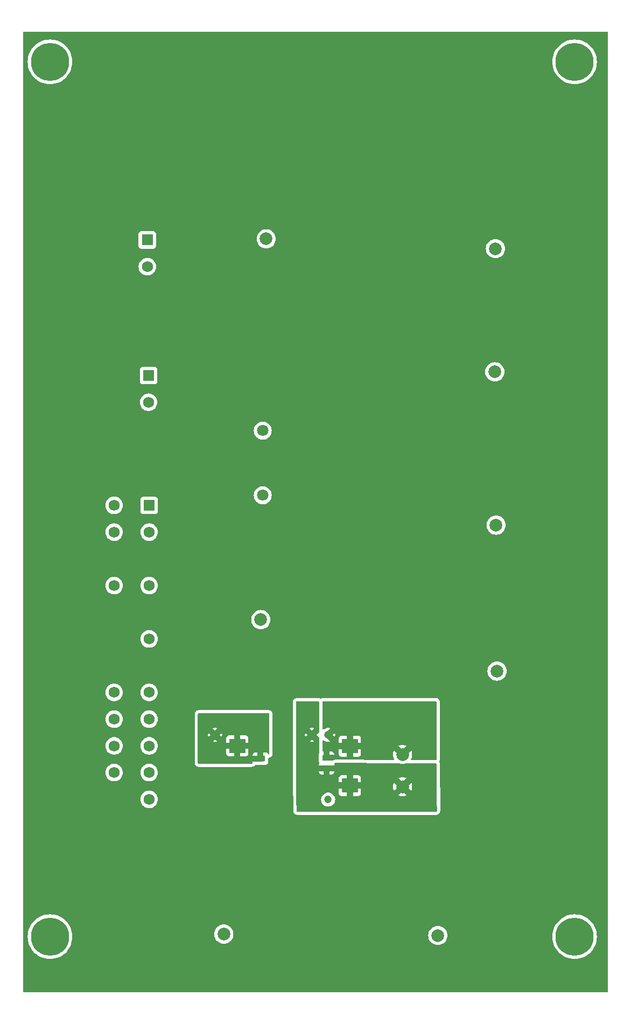
<source format=gbr>
%TF.GenerationSoftware,KiCad,Pcbnew,7.0.8-7.0.8~ubuntu22.04.1*%
%TF.CreationDate,2025-01-17T11:03:05+01:00*%
%TF.ProjectId,supply_interface,73757070-6c79-45f6-996e-746572666163,rev?*%
%TF.SameCoordinates,Original*%
%TF.FileFunction,Copper,L2,Bot*%
%TF.FilePolarity,Positive*%
%FSLAX46Y46*%
G04 Gerber Fmt 4.6, Leading zero omitted, Abs format (unit mm)*
G04 Created by KiCad (PCBNEW 7.0.8-7.0.8~ubuntu22.04.1) date 2025-01-17 11:03:05*
%MOMM*%
%LPD*%
G01*
G04 APERTURE LIST*
%TA.AperFunction,ComponentPad*%
%ADD10C,0.800000*%
%TD*%
%TA.AperFunction,ComponentPad*%
%ADD11C,6.000000*%
%TD*%
%TA.AperFunction,ComponentPad*%
%ADD12R,1.750000X1.750000*%
%TD*%
%TA.AperFunction,ComponentPad*%
%ADD13C,1.750000*%
%TD*%
%TA.AperFunction,ComponentPad*%
%ADD14C,2.006600*%
%TD*%
%TA.AperFunction,ComponentPad*%
%ADD15R,1.200000X1.200000*%
%TD*%
%TA.AperFunction,ComponentPad*%
%ADD16C,1.200000*%
%TD*%
%TA.AperFunction,ComponentPad*%
%ADD17C,1.800000*%
%TD*%
%TA.AperFunction,SMDPad,CuDef*%
%ADD18R,1.470000X0.970000*%
%TD*%
%TA.AperFunction,SMDPad,CuDef*%
%ADD19R,2.500000X2.300000*%
%TD*%
G04 APERTURE END LIST*
D10*
%TO.P,H4,1*%
%TO.N,N/C*%
X125250000Y-167500000D03*
X125909010Y-165909010D03*
X125909010Y-169090990D03*
X127500000Y-165250000D03*
D11*
X127500000Y-167500000D03*
D10*
X127500000Y-169750000D03*
X129090990Y-165909010D03*
X129090990Y-169090990D03*
X129750000Y-167500000D03*
%TD*%
D12*
%TO.P,J2,1,1*%
%TO.N,12V*%
X60500000Y-79300000D03*
D13*
%TO.P,J2,2,2*%
X60500000Y-83500000D03*
%TO.P,J2,3,3*%
%TO.N,GND*%
X55000000Y-79300000D03*
%TO.P,J2,4,4*%
X55000000Y-83500000D03*
%TD*%
D14*
%TO.P,J9,1,1*%
%TO.N,12V*%
X79000000Y-57820000D03*
%TO.P,J9,2,2*%
%TO.N,GND*%
X79000000Y-62900000D03*
%TD*%
D10*
%TO.P,H2,1*%
%TO.N,N/C*%
X125250000Y-30000000D03*
X125909010Y-28409010D03*
X125909010Y-31590990D03*
X127500000Y-27750000D03*
D11*
X127500000Y-30000000D03*
D10*
X127500000Y-32250000D03*
X129090990Y-28409010D03*
X129090990Y-31590990D03*
X129750000Y-30000000D03*
%TD*%
D15*
%TO.P,PS1,1,-VIN*%
%TO.N,GND*%
X70960000Y-145960000D03*
D16*
%TO.P,PS1,8,NC*%
%TO.N,unconnected-(PS1-NC-Pad8)*%
X88740000Y-145960000D03*
%TO.P,PS1,9,+VOUT*%
%TO.N,24 V*%
X88740000Y-135800000D03*
%TO.P,PS1,10,-VOUT*%
%TO.N,0 V*%
X86200000Y-135800000D03*
%TO.P,PS1,16,+VIN*%
%TO.N,12V*%
X70960000Y-135800000D03*
%TD*%
D14*
%TO.P,J6,1,1*%
%TO.N,12V*%
X115300000Y-125760000D03*
%TO.P,J6,2,2*%
%TO.N,GND*%
X115300000Y-130840000D03*
%TD*%
%TO.P,J11,1,1*%
%TO.N,12V*%
X115050000Y-59360000D03*
%TO.P,J11,2,2*%
%TO.N,GND*%
X115050000Y-64440000D03*
%TD*%
D10*
%TO.P,H3,1*%
%TO.N,N/C*%
X42750000Y-167500000D03*
X43409010Y-165909010D03*
X43409010Y-169090990D03*
X45000000Y-165250000D03*
D11*
X45000000Y-167500000D03*
D10*
X45000000Y-169750000D03*
X46590990Y-165909010D03*
X46590990Y-169090990D03*
X47250000Y-167500000D03*
%TD*%
D12*
%TO.P,J1,1,1*%
%TO.N,3.3V*%
X60590000Y-99710000D03*
D13*
%TO.P,J1,2,2*%
X60590000Y-103910000D03*
%TO.P,J1,3,3*%
%TO.N,GND*%
X60590000Y-108110000D03*
%TO.P,J1,4,4*%
%TO.N,5V*%
X60590000Y-112310000D03*
%TO.P,J1,5,5*%
%TO.N,GND*%
X60590000Y-116510000D03*
%TO.P,J1,6,6*%
%TO.N,5V*%
X60590000Y-120710000D03*
%TO.P,J1,7,7*%
%TO.N,GND*%
X60590000Y-124910000D03*
%TO.P,J1,8,8*%
%TO.N,unconnected-(J1-Pad8)*%
X60590000Y-129110000D03*
%TO.P,J1,9,9*%
%TO.N,unconnected-(J1-Pad9)*%
X60590000Y-133310000D03*
%TO.P,J1,10,10*%
%TO.N,12V*%
X60590000Y-137510000D03*
%TO.P,J1,11,11*%
X60590000Y-141710000D03*
%TO.P,J1,12,12*%
%TO.N,3.3V*%
X60590000Y-145910000D03*
%TO.P,J1,13,13*%
X55090000Y-99710000D03*
%TO.P,J1,14,14*%
%TO.N,-12V*%
X55090000Y-103910000D03*
%TO.P,J1,15,15*%
%TO.N,GND*%
X55090000Y-108110000D03*
%TO.P,J1,16,16*%
%TO.N,unconnected-(J1-Pad16)*%
X55090000Y-112310000D03*
%TO.P,J1,17,17*%
%TO.N,GND*%
X55090000Y-116510000D03*
%TO.P,J1,18,18*%
X55090000Y-120710000D03*
%TO.P,J1,19,19*%
X55090000Y-124910000D03*
%TO.P,J1,20,20*%
%TO.N,-5V*%
X55090000Y-129110000D03*
%TO.P,J1,21,21*%
%TO.N,5V*%
X55090000Y-133310000D03*
%TO.P,J1,22,22*%
X55090000Y-137510000D03*
%TO.P,J1,23,23*%
X55090000Y-141710000D03*
%TO.P,J1,24,24*%
%TO.N,GND*%
X55090000Y-145910000D03*
%TD*%
D12*
%TO.P,J7,1,1*%
%TO.N,12V*%
X60300000Y-58000000D03*
D13*
%TO.P,J7,2,2*%
X60300000Y-62200000D03*
%TO.P,J7,3,3*%
%TO.N,GND*%
X54800000Y-58000000D03*
%TO.P,J7,4,4*%
X54800000Y-62200000D03*
%TD*%
D17*
%TO.P,J5,1,1*%
%TO.N,-12V*%
X78450000Y-98130000D03*
%TO.P,J5,2,2*%
%TO.N,GND*%
X78450000Y-93050000D03*
%TO.P,J5,3,3*%
%TO.N,12V*%
X78450000Y-87970000D03*
%TD*%
D14*
%TO.P,J4,1,1*%
%TO.N,12V*%
X72330000Y-167100000D03*
%TO.P,J4,2,2*%
%TO.N,GND*%
X67250000Y-167100000D03*
%TD*%
%TO.P,J3,1,1*%
%TO.N,12V*%
X105980000Y-167310000D03*
%TO.P,J3,2,2*%
%TO.N,GND*%
X100900000Y-167310000D03*
%TD*%
%TO.P,J12,1,1*%
%TO.N,5V*%
X78150000Y-117664900D03*
%TO.P,J12,2,2*%
%TO.N,GND*%
X78150000Y-122744900D03*
%TD*%
D10*
%TO.P,H1,1*%
%TO.N,N/C*%
X42750000Y-30000000D03*
X43409010Y-28409010D03*
X43409010Y-31590990D03*
X45000000Y-27750000D03*
D11*
X45000000Y-30000000D03*
D10*
X45000000Y-32250000D03*
X46590990Y-28409010D03*
X46590990Y-31590990D03*
X47250000Y-30000000D03*
%TD*%
D14*
%TO.P,J10,1,1*%
%TO.N,24 V*%
X100440000Y-138860000D03*
%TO.P,J10,2,2*%
%TO.N,0 V*%
X100440000Y-143940000D03*
%TD*%
%TO.P,J8,1,1*%
%TO.N,12V*%
X115150000Y-102810000D03*
%TO.P,J8,2,2*%
%TO.N,GND*%
X115150000Y-107890000D03*
%TD*%
%TO.P,J13,1,1*%
%TO.N,12V*%
X114950000Y-78720000D03*
%TO.P,J13,2,2*%
%TO.N,GND*%
X114950000Y-83800000D03*
%TD*%
D18*
%TO.P,C3,1*%
%TO.N,GND*%
X78090000Y-141190000D03*
%TO.P,C3,2*%
%TO.N,12V*%
X78090000Y-139530000D03*
%TD*%
%TO.P,C4,1*%
%TO.N,0 V*%
X88490000Y-141040000D03*
%TO.P,C4,2*%
%TO.N,24 V*%
X88490000Y-139380000D03*
%TD*%
D19*
%TO.P,C1,1*%
%TO.N,12V*%
X74440000Y-137510000D03*
%TO.P,C1,2*%
%TO.N,GND*%
X74440000Y-143710000D03*
%TD*%
%TO.P,C2,1*%
%TO.N,24 V*%
X92140000Y-137560000D03*
%TO.P,C2,2*%
%TO.N,0 V*%
X92140000Y-143760000D03*
%TD*%
%TA.AperFunction,Conductor*%
%TO.N,12V*%
G36*
X79443039Y-132419685D02*
G01*
X79488794Y-132472489D01*
X79500000Y-132524000D01*
X79500000Y-138741312D01*
X79480315Y-138808351D01*
X79427511Y-138854106D01*
X79358353Y-138864050D01*
X79294797Y-138835025D01*
X79274273Y-138809558D01*
X79273669Y-138810011D01*
X79182190Y-138687812D01*
X79182187Y-138687809D01*
X79067093Y-138601649D01*
X79067086Y-138601645D01*
X78932379Y-138551403D01*
X78932372Y-138551401D01*
X78872844Y-138545000D01*
X78575000Y-138545000D01*
X78575000Y-139891000D01*
X78555315Y-139958039D01*
X78502511Y-140003794D01*
X78451000Y-140015000D01*
X76855000Y-140015000D01*
X76855000Y-140062844D01*
X76861401Y-140122372D01*
X76861403Y-140122380D01*
X76865240Y-140132667D01*
X76870224Y-140202359D01*
X76836739Y-140263682D01*
X76775415Y-140297166D01*
X76749058Y-140300000D01*
X68374000Y-140300000D01*
X68306961Y-140280315D01*
X68261206Y-140227511D01*
X68250000Y-140176000D01*
X68250000Y-138010000D01*
X72690000Y-138010000D01*
X72690000Y-138707844D01*
X72696401Y-138767372D01*
X72696403Y-138767379D01*
X72746645Y-138902086D01*
X72746649Y-138902093D01*
X72832809Y-139017187D01*
X72832812Y-139017190D01*
X72947906Y-139103350D01*
X72947913Y-139103354D01*
X73082620Y-139153596D01*
X73082627Y-139153598D01*
X73142155Y-139159999D01*
X73142172Y-139160000D01*
X73940000Y-139160000D01*
X73940000Y-138010000D01*
X74940000Y-138010000D01*
X74940000Y-139160000D01*
X75737828Y-139160000D01*
X75737844Y-139159999D01*
X75797372Y-139153598D01*
X75797379Y-139153596D01*
X75932086Y-139103354D01*
X75932093Y-139103350D01*
X76010038Y-139045000D01*
X76855000Y-139045000D01*
X77605000Y-139045000D01*
X77605000Y-138545000D01*
X77307155Y-138545000D01*
X77247627Y-138551401D01*
X77247620Y-138551403D01*
X77112913Y-138601645D01*
X77112906Y-138601649D01*
X76997812Y-138687809D01*
X76997809Y-138687812D01*
X76911649Y-138802906D01*
X76911645Y-138802913D01*
X76861403Y-138937620D01*
X76861401Y-138937627D01*
X76855000Y-138997155D01*
X76855000Y-139045000D01*
X76010038Y-139045000D01*
X76047187Y-139017190D01*
X76047190Y-139017187D01*
X76133350Y-138902093D01*
X76133354Y-138902086D01*
X76183596Y-138767379D01*
X76183598Y-138767372D01*
X76189999Y-138707844D01*
X76190000Y-138707827D01*
X76190000Y-138010000D01*
X74940000Y-138010000D01*
X73940000Y-138010000D01*
X72690000Y-138010000D01*
X68250000Y-138010000D01*
X68250000Y-137010000D01*
X72690000Y-137010000D01*
X73940000Y-137010000D01*
X73940000Y-135860000D01*
X74940000Y-135860000D01*
X74940000Y-137010000D01*
X76190000Y-137010000D01*
X76190000Y-136312172D01*
X76189999Y-136312155D01*
X76183598Y-136252627D01*
X76183596Y-136252620D01*
X76133354Y-136117913D01*
X76133350Y-136117906D01*
X76047190Y-136002812D01*
X76047187Y-136002809D01*
X75932093Y-135916649D01*
X75932086Y-135916645D01*
X75797379Y-135866403D01*
X75797372Y-135866401D01*
X75737844Y-135860000D01*
X74940000Y-135860000D01*
X73940000Y-135860000D01*
X73142155Y-135860000D01*
X73082627Y-135866401D01*
X73082620Y-135866403D01*
X72947913Y-135916645D01*
X72947906Y-135916649D01*
X72832812Y-136002809D01*
X72832809Y-136002812D01*
X72746649Y-136117906D01*
X72746645Y-136117913D01*
X72696403Y-136252620D01*
X72696401Y-136252627D01*
X72690000Y-136312155D01*
X72690000Y-137010000D01*
X68250000Y-137010000D01*
X68250000Y-136847709D01*
X70619396Y-136847709D01*
X70657677Y-136862539D01*
X70858072Y-136900000D01*
X71061928Y-136900000D01*
X71262318Y-136862540D01*
X71300602Y-136847708D01*
X70960001Y-136507107D01*
X70960000Y-136507107D01*
X70619396Y-136847709D01*
X68250000Y-136847709D01*
X68250000Y-135800000D01*
X69855287Y-135800000D01*
X69874096Y-136002989D01*
X69874097Y-136002992D01*
X69913037Y-136139853D01*
X70223591Y-135829302D01*
X70606372Y-135829302D01*
X70635047Y-135942538D01*
X70698936Y-136040327D01*
X70791115Y-136112072D01*
X70901595Y-136150000D01*
X70989005Y-136150000D01*
X71075216Y-136135614D01*
X71177947Y-136080019D01*
X71257060Y-135994079D01*
X71303982Y-135887108D01*
X71311200Y-135800001D01*
X71667107Y-135800001D01*
X72006960Y-136139854D01*
X72006961Y-136139854D01*
X72045902Y-136002990D01*
X72064713Y-135800000D01*
X72064713Y-135799999D01*
X72045902Y-135597009D01*
X72006960Y-135460144D01*
X71667107Y-135799999D01*
X71667107Y-135800001D01*
X71311200Y-135800001D01*
X71313628Y-135770698D01*
X71284953Y-135657462D01*
X71221064Y-135559673D01*
X71128885Y-135487928D01*
X71018405Y-135450000D01*
X70930995Y-135450000D01*
X70844784Y-135464386D01*
X70742053Y-135519981D01*
X70662940Y-135605921D01*
X70616018Y-135712892D01*
X70606372Y-135829302D01*
X70223591Y-135829302D01*
X70252893Y-135800000D01*
X69913037Y-135460144D01*
X69874096Y-135597012D01*
X69855287Y-135799999D01*
X69855287Y-135800000D01*
X68250000Y-135800000D01*
X68250000Y-134752290D01*
X70619397Y-134752290D01*
X70960000Y-135092893D01*
X70960001Y-135092893D01*
X71300602Y-134752290D01*
X71262321Y-134737460D01*
X71262316Y-134737459D01*
X71061928Y-134700000D01*
X70858072Y-134700000D01*
X70657676Y-134737460D01*
X70619397Y-134752289D01*
X70619397Y-134752290D01*
X68250000Y-134752290D01*
X68250000Y-132524000D01*
X68269685Y-132456961D01*
X68322489Y-132411206D01*
X68374000Y-132400000D01*
X79376000Y-132400000D01*
X79443039Y-132419685D01*
G37*
%TD.AperFunction*%
%TD*%
%TA.AperFunction,Conductor*%
%TO.N,0 V*%
G36*
X87293039Y-130519685D02*
G01*
X87338794Y-130572489D01*
X87350000Y-130624000D01*
X87350000Y-135326587D01*
X87330315Y-135393626D01*
X87277511Y-135439381D01*
X87266080Y-135441024D01*
X86907107Y-135799999D01*
X86907107Y-135800001D01*
X87262634Y-136155528D01*
X87264661Y-136155592D01*
X87322222Y-136195197D01*
X87349232Y-136259635D01*
X87350000Y-136273411D01*
X87350000Y-138559572D01*
X87330315Y-138626611D01*
X87325267Y-138633882D01*
X87311206Y-138652665D01*
X87311202Y-138652671D01*
X87260908Y-138787517D01*
X87254501Y-138847116D01*
X87254500Y-138847135D01*
X87254500Y-139912870D01*
X87254501Y-139912876D01*
X87260908Y-139972483D01*
X87311203Y-140107329D01*
X87325266Y-140126115D01*
X87349684Y-140191579D01*
X87350000Y-140200427D01*
X87350000Y-140220406D01*
X87330315Y-140287445D01*
X87325268Y-140294715D01*
X87311646Y-140312911D01*
X87311645Y-140312913D01*
X87261403Y-140447620D01*
X87261401Y-140447627D01*
X87255000Y-140507155D01*
X87255000Y-140555000D01*
X89725000Y-140555000D01*
X89725000Y-140507172D01*
X89724999Y-140507155D01*
X89718598Y-140447627D01*
X89718596Y-140447619D01*
X89691135Y-140373994D01*
X89686150Y-140304302D01*
X89719634Y-140242979D01*
X89780957Y-140209493D01*
X89807640Y-140206660D01*
X99802573Y-140233746D01*
X99849684Y-140243184D01*
X99973863Y-140294621D01*
X100204026Y-140349878D01*
X100440000Y-140368450D01*
X100675974Y-140349878D01*
X100906137Y-140294621D01*
X101022027Y-140246617D01*
X101069804Y-140237181D01*
X105677147Y-140249667D01*
X105744133Y-140269534D01*
X105789745Y-140322461D01*
X105800808Y-140372851D01*
X105815212Y-142562172D01*
X105840192Y-146359260D01*
X105849179Y-147725184D01*
X105829936Y-147792352D01*
X105777434Y-147838453D01*
X105725182Y-147850000D01*
X83873643Y-147850000D01*
X83806604Y-147830315D01*
X83760849Y-147777511D01*
X83749644Y-147726357D01*
X83744553Y-145960000D01*
X87634785Y-145960000D01*
X87653602Y-146163082D01*
X87709417Y-146359247D01*
X87709422Y-146359260D01*
X87800327Y-146541821D01*
X87923237Y-146704581D01*
X88073958Y-146841980D01*
X88073960Y-146841982D01*
X88173141Y-146903392D01*
X88247363Y-146949348D01*
X88437544Y-147023024D01*
X88638024Y-147060500D01*
X88638026Y-147060500D01*
X88841974Y-147060500D01*
X88841976Y-147060500D01*
X89042456Y-147023024D01*
X89232637Y-146949348D01*
X89406041Y-146841981D01*
X89556764Y-146704579D01*
X89679673Y-146541821D01*
X89770582Y-146359250D01*
X89826397Y-146163083D01*
X89845215Y-145960000D01*
X89826397Y-145756917D01*
X89770582Y-145560750D01*
X89679673Y-145378179D01*
X89556764Y-145215421D01*
X89556762Y-145215418D01*
X89406041Y-145078019D01*
X89406039Y-145078017D01*
X89232642Y-144970655D01*
X89232635Y-144970651D01*
X89137546Y-144933814D01*
X89042456Y-144896976D01*
X88841976Y-144859500D01*
X88638024Y-144859500D01*
X88437544Y-144896976D01*
X88437541Y-144896976D01*
X88437541Y-144896977D01*
X88247364Y-144970651D01*
X88247357Y-144970655D01*
X88073960Y-145078017D01*
X88073958Y-145078019D01*
X87923237Y-145215418D01*
X87800327Y-145378178D01*
X87709422Y-145560739D01*
X87709417Y-145560752D01*
X87653602Y-145756917D01*
X87634785Y-145959999D01*
X87634785Y-145960000D01*
X83744553Y-145960000D01*
X83739654Y-144260000D01*
X90390000Y-144260000D01*
X90390000Y-144957844D01*
X90396401Y-145017372D01*
X90396403Y-145017379D01*
X90446645Y-145152086D01*
X90446649Y-145152093D01*
X90532809Y-145267187D01*
X90532812Y-145267190D01*
X90647906Y-145353350D01*
X90647913Y-145353354D01*
X90782620Y-145403596D01*
X90782627Y-145403598D01*
X90842155Y-145409999D01*
X90842172Y-145410000D01*
X91640000Y-145410000D01*
X91640000Y-144260000D01*
X92640000Y-144260000D01*
X92640000Y-145410000D01*
X93437828Y-145410000D01*
X93437844Y-145409999D01*
X93497372Y-145403598D01*
X93497379Y-145403596D01*
X93632086Y-145353354D01*
X93632093Y-145353350D01*
X93747187Y-145267190D01*
X93747190Y-145267187D01*
X93833350Y-145152093D01*
X93833354Y-145152086D01*
X93883596Y-145017379D01*
X93883598Y-145017372D01*
X93889999Y-144957844D01*
X93890000Y-144957827D01*
X93890000Y-144260000D01*
X92640000Y-144260000D01*
X91640000Y-144260000D01*
X90390000Y-144260000D01*
X83739654Y-144260000D01*
X83738732Y-143940000D01*
X98932051Y-143940000D01*
X98950615Y-144175892D01*
X99005853Y-144405977D01*
X99082317Y-144590576D01*
X99687197Y-143985696D01*
X99717292Y-144156365D01*
X99786670Y-144317200D01*
X99891269Y-144457701D01*
X100025450Y-144570293D01*
X100181980Y-144648905D01*
X100352419Y-144689300D01*
X100397806Y-144689300D01*
X99789422Y-145297681D01*
X99974018Y-145374144D01*
X99974016Y-145374144D01*
X100204109Y-145429384D01*
X100204107Y-145429384D01*
X100440000Y-145447948D01*
X100675891Y-145429384D01*
X100905980Y-145374144D01*
X101090576Y-145297681D01*
X100482195Y-144689300D01*
X100483642Y-144689300D01*
X100613977Y-144674066D01*
X100778575Y-144614157D01*
X100924920Y-144517905D01*
X101045123Y-144390497D01*
X101132703Y-144238803D01*
X101182940Y-144071000D01*
X101188177Y-143981072D01*
X101797681Y-144590576D01*
X101874144Y-144405980D01*
X101929384Y-144175891D01*
X101947948Y-143940000D01*
X101929384Y-143704108D01*
X101874144Y-143474017D01*
X101797681Y-143289422D01*
X101192801Y-143894302D01*
X101162708Y-143723635D01*
X101093330Y-143562800D01*
X100988731Y-143422299D01*
X100854550Y-143309707D01*
X100698020Y-143231095D01*
X100527581Y-143190700D01*
X100482194Y-143190700D01*
X101090576Y-142582317D01*
X100905977Y-142505853D01*
X100675891Y-142450615D01*
X100675892Y-142450615D01*
X100440000Y-142432051D01*
X100204107Y-142450615D01*
X99974022Y-142505853D01*
X99789422Y-142582317D01*
X100397807Y-143190700D01*
X100396358Y-143190700D01*
X100266023Y-143205934D01*
X100101425Y-143265843D01*
X99955080Y-143362095D01*
X99834877Y-143489503D01*
X99747297Y-143641197D01*
X99697060Y-143809000D01*
X99691822Y-143898928D01*
X99082317Y-143289422D01*
X99005853Y-143474022D01*
X98950615Y-143704107D01*
X98932051Y-143940000D01*
X83738732Y-143940000D01*
X83736772Y-143260000D01*
X90390000Y-143260000D01*
X91640000Y-143260000D01*
X91640000Y-142110000D01*
X92640000Y-142110000D01*
X92640000Y-143260000D01*
X93890000Y-143260000D01*
X93890000Y-142562172D01*
X93889999Y-142562155D01*
X93883598Y-142502627D01*
X93883596Y-142502620D01*
X93833354Y-142367913D01*
X93833350Y-142367906D01*
X93747190Y-142252812D01*
X93747187Y-142252809D01*
X93632093Y-142166649D01*
X93632086Y-142166645D01*
X93497379Y-142116403D01*
X93497372Y-142116401D01*
X93437844Y-142110000D01*
X92640000Y-142110000D01*
X91640000Y-142110000D01*
X90842155Y-142110000D01*
X90782627Y-142116401D01*
X90782620Y-142116403D01*
X90647913Y-142166645D01*
X90647906Y-142166649D01*
X90532812Y-142252809D01*
X90532809Y-142252812D01*
X90446649Y-142367906D01*
X90446645Y-142367913D01*
X90396403Y-142502620D01*
X90396401Y-142502627D01*
X90390000Y-142562155D01*
X90390000Y-143260000D01*
X83736772Y-143260000D01*
X83731772Y-141525000D01*
X87255000Y-141525000D01*
X87255000Y-141572844D01*
X87261401Y-141632372D01*
X87261403Y-141632379D01*
X87311645Y-141767086D01*
X87311649Y-141767093D01*
X87397809Y-141882187D01*
X87397812Y-141882190D01*
X87512906Y-141968350D01*
X87512913Y-141968354D01*
X87647620Y-142018596D01*
X87647627Y-142018598D01*
X87707155Y-142024999D01*
X87707172Y-142025000D01*
X88005000Y-142025000D01*
X88005000Y-141525000D01*
X88975000Y-141525000D01*
X88975000Y-142025000D01*
X89272828Y-142025000D01*
X89272844Y-142024999D01*
X89332372Y-142018598D01*
X89332379Y-142018596D01*
X89467086Y-141968354D01*
X89467093Y-141968350D01*
X89582187Y-141882190D01*
X89582190Y-141882187D01*
X89668350Y-141767093D01*
X89668354Y-141767086D01*
X89718596Y-141632379D01*
X89718598Y-141632372D01*
X89724999Y-141572844D01*
X89725000Y-141572827D01*
X89725000Y-141525000D01*
X88975000Y-141525000D01*
X88005000Y-141525000D01*
X87255000Y-141525000D01*
X83731772Y-141525000D01*
X83718293Y-136847709D01*
X85859396Y-136847709D01*
X85897677Y-136862539D01*
X86098072Y-136900000D01*
X86301928Y-136900000D01*
X86502318Y-136862540D01*
X86540602Y-136847708D01*
X86200001Y-136507107D01*
X86200000Y-136507107D01*
X85859396Y-136847709D01*
X83718293Y-136847709D01*
X83718293Y-136847708D01*
X83715274Y-135800000D01*
X85095287Y-135800000D01*
X85114096Y-136002989D01*
X85114097Y-136002992D01*
X85153037Y-136139853D01*
X85463591Y-135829302D01*
X85846372Y-135829302D01*
X85875047Y-135942538D01*
X85938936Y-136040327D01*
X86031115Y-136112072D01*
X86141595Y-136150000D01*
X86229005Y-136150000D01*
X86315216Y-136135614D01*
X86417947Y-136080019D01*
X86497060Y-135994079D01*
X86543982Y-135887108D01*
X86553628Y-135770698D01*
X86524953Y-135657462D01*
X86461064Y-135559673D01*
X86368885Y-135487928D01*
X86258405Y-135450000D01*
X86170995Y-135450000D01*
X86084784Y-135464386D01*
X85982053Y-135519981D01*
X85902940Y-135605921D01*
X85856018Y-135712892D01*
X85846372Y-135829302D01*
X85463591Y-135829302D01*
X85492893Y-135800000D01*
X85153037Y-135460144D01*
X85114096Y-135597012D01*
X85095287Y-135799999D01*
X85095287Y-135800000D01*
X83715274Y-135800000D01*
X83712255Y-134752290D01*
X85859397Y-134752290D01*
X86200000Y-135092893D01*
X86200001Y-135092893D01*
X86540602Y-134752290D01*
X86502321Y-134737460D01*
X86502316Y-134737459D01*
X86301928Y-134700000D01*
X86098072Y-134700000D01*
X85897676Y-134737460D01*
X85859397Y-134752289D01*
X85859397Y-134752290D01*
X83712255Y-134752290D01*
X83700358Y-130624355D01*
X83719849Y-130557261D01*
X83772521Y-130511355D01*
X83824357Y-130500000D01*
X87226000Y-130500000D01*
X87293039Y-130519685D01*
G37*
%TD.AperFunction*%
%TD*%
%TA.AperFunction,Conductor*%
%TO.N,GND*%
G36*
X132693039Y-25269685D02*
G01*
X132738794Y-25322489D01*
X132750000Y-25374000D01*
X132750000Y-176126000D01*
X132730315Y-176193039D01*
X132677511Y-176238794D01*
X132626000Y-176250000D01*
X40874000Y-176250000D01*
X40806961Y-176230315D01*
X40761206Y-176177511D01*
X40750000Y-176126000D01*
X40750000Y-167500000D01*
X41494696Y-167500000D01*
X41513898Y-167866405D01*
X41532942Y-167986641D01*
X41571295Y-168228794D01*
X41595831Y-168320365D01*
X41666260Y-168583206D01*
X41797746Y-168925739D01*
X41964320Y-169252656D01*
X42164147Y-169560364D01*
X42164149Y-169560366D01*
X42395051Y-169845506D01*
X42654494Y-170104949D01*
X42654498Y-170104952D01*
X42939635Y-170335852D01*
X43247343Y-170535679D01*
X43247348Y-170535682D01*
X43574264Y-170702255D01*
X43916801Y-170833742D01*
X44271206Y-170928705D01*
X44633596Y-170986102D01*
X44979734Y-171004241D01*
X44999999Y-171005304D01*
X45000000Y-171005304D01*
X45000001Y-171005304D01*
X45019203Y-171004297D01*
X45366404Y-170986102D01*
X45728794Y-170928705D01*
X46083199Y-170833742D01*
X46425736Y-170702255D01*
X46752652Y-170535682D01*
X47060366Y-170335851D01*
X47345506Y-170104949D01*
X47604949Y-169845506D01*
X47835851Y-169560366D01*
X48035682Y-169252652D01*
X48202255Y-168925736D01*
X48333742Y-168583199D01*
X48428705Y-168228794D01*
X48486102Y-167866404D01*
X48505304Y-167500000D01*
X48486102Y-167133596D01*
X48480781Y-167100000D01*
X70821550Y-167100000D01*
X70840122Y-167335977D01*
X70895378Y-167566136D01*
X70985960Y-167784822D01*
X71109634Y-167986640D01*
X71109635Y-167986641D01*
X71109636Y-167986643D01*
X71109638Y-167986645D01*
X71263365Y-168166635D01*
X71443355Y-168320362D01*
X71443357Y-168320363D01*
X71443358Y-168320364D01*
X71443359Y-168320365D01*
X71645177Y-168444039D01*
X71853581Y-168530362D01*
X71863863Y-168534621D01*
X72094026Y-168589878D01*
X72330000Y-168608450D01*
X72565974Y-168589878D01*
X72796137Y-168534621D01*
X73014822Y-168444039D01*
X73216645Y-168320362D01*
X73396635Y-168166635D01*
X73550362Y-167986645D01*
X73674039Y-167784822D01*
X73764621Y-167566137D01*
X73819878Y-167335974D01*
X73821922Y-167310000D01*
X104471550Y-167310000D01*
X104490122Y-167545977D01*
X104545378Y-167776136D01*
X104635960Y-167994822D01*
X104759634Y-168196640D01*
X104759635Y-168196641D01*
X104759636Y-168196643D01*
X104759638Y-168196645D01*
X104913365Y-168376635D01*
X105093355Y-168530362D01*
X105093357Y-168530363D01*
X105093358Y-168530364D01*
X105093359Y-168530365D01*
X105295177Y-168654039D01*
X105513863Y-168744621D01*
X105744026Y-168799878D01*
X105980000Y-168818450D01*
X106215974Y-168799878D01*
X106446137Y-168744621D01*
X106664822Y-168654039D01*
X106866645Y-168530362D01*
X107046635Y-168376635D01*
X107200362Y-168196645D01*
X107324039Y-167994822D01*
X107414621Y-167776137D01*
X107469878Y-167545974D01*
X107473496Y-167500000D01*
X123994696Y-167500000D01*
X124013898Y-167866405D01*
X124032942Y-167986641D01*
X124071295Y-168228794D01*
X124095831Y-168320365D01*
X124166260Y-168583206D01*
X124297746Y-168925739D01*
X124464320Y-169252656D01*
X124664147Y-169560364D01*
X124664149Y-169560366D01*
X124895051Y-169845506D01*
X125154494Y-170104949D01*
X125154498Y-170104952D01*
X125439635Y-170335852D01*
X125747343Y-170535679D01*
X125747348Y-170535682D01*
X126074264Y-170702255D01*
X126416801Y-170833742D01*
X126771206Y-170928705D01*
X127133596Y-170986102D01*
X127479734Y-171004241D01*
X127499999Y-171005304D01*
X127500000Y-171005304D01*
X127500001Y-171005304D01*
X127519203Y-171004297D01*
X127866404Y-170986102D01*
X128228794Y-170928705D01*
X128583199Y-170833742D01*
X128925736Y-170702255D01*
X129252652Y-170535682D01*
X129560366Y-170335851D01*
X129845506Y-170104949D01*
X130104949Y-169845506D01*
X130335851Y-169560366D01*
X130535682Y-169252652D01*
X130702255Y-168925736D01*
X130833742Y-168583199D01*
X130928705Y-168228794D01*
X130986102Y-167866404D01*
X131005304Y-167500000D01*
X130986102Y-167133596D01*
X130928705Y-166771206D01*
X130833742Y-166416801D01*
X130702255Y-166074264D01*
X130535682Y-165747348D01*
X130482451Y-165665379D01*
X130335852Y-165439635D01*
X130104952Y-165154498D01*
X130104949Y-165154494D01*
X129845506Y-164895051D01*
X129560366Y-164664149D01*
X129560364Y-164664147D01*
X129252656Y-164464320D01*
X128925739Y-164297746D01*
X128583206Y-164166260D01*
X128583199Y-164166258D01*
X128228794Y-164071295D01*
X128228790Y-164071294D01*
X128228789Y-164071294D01*
X127866405Y-164013898D01*
X127500001Y-163994696D01*
X127499999Y-163994696D01*
X127133594Y-164013898D01*
X126771211Y-164071294D01*
X126771209Y-164071294D01*
X126416793Y-164166260D01*
X126074260Y-164297746D01*
X125747343Y-164464320D01*
X125439635Y-164664147D01*
X125154498Y-164895047D01*
X125154490Y-164895054D01*
X124895054Y-165154490D01*
X124895047Y-165154498D01*
X124664147Y-165439635D01*
X124464320Y-165747343D01*
X124297746Y-166074260D01*
X124166260Y-166416793D01*
X124071294Y-166771209D01*
X124071294Y-166771211D01*
X124013898Y-167133594D01*
X123994696Y-167499999D01*
X123994696Y-167500000D01*
X107473496Y-167500000D01*
X107488450Y-167310000D01*
X107469878Y-167074026D01*
X107414621Y-166843863D01*
X107384526Y-166771206D01*
X107324039Y-166625177D01*
X107200365Y-166423359D01*
X107200364Y-166423358D01*
X107200363Y-166423357D01*
X107200362Y-166423355D01*
X107046635Y-166243365D01*
X106866645Y-166089638D01*
X106866643Y-166089636D01*
X106866641Y-166089635D01*
X106866640Y-166089634D01*
X106664822Y-165965960D01*
X106446136Y-165875378D01*
X106215977Y-165820122D01*
X105980000Y-165801550D01*
X105744022Y-165820122D01*
X105513863Y-165875378D01*
X105295177Y-165965960D01*
X105093359Y-166089634D01*
X105093358Y-166089635D01*
X104913365Y-166243365D01*
X104759635Y-166423358D01*
X104759634Y-166423359D01*
X104635960Y-166625177D01*
X104545378Y-166843863D01*
X104490122Y-167074022D01*
X104471550Y-167310000D01*
X73821922Y-167310000D01*
X73838450Y-167100000D01*
X73819878Y-166864026D01*
X73764621Y-166633863D01*
X73677428Y-166423359D01*
X73674039Y-166415177D01*
X73550365Y-166213359D01*
X73550364Y-166213358D01*
X73550363Y-166213357D01*
X73550362Y-166213355D01*
X73396635Y-166033365D01*
X73216645Y-165879638D01*
X73216643Y-165879636D01*
X73216641Y-165879635D01*
X73216640Y-165879634D01*
X73014822Y-165755960D01*
X72796136Y-165665378D01*
X72565977Y-165610122D01*
X72330000Y-165591550D01*
X72094022Y-165610122D01*
X71863863Y-165665378D01*
X71645177Y-165755960D01*
X71443359Y-165879634D01*
X71443358Y-165879635D01*
X71263365Y-166033365D01*
X71109635Y-166213358D01*
X71109634Y-166213359D01*
X70985960Y-166415177D01*
X70895378Y-166633863D01*
X70840122Y-166864022D01*
X70821550Y-167100000D01*
X48480781Y-167100000D01*
X48428705Y-166771206D01*
X48333742Y-166416801D01*
X48202255Y-166074264D01*
X48035682Y-165747348D01*
X47982451Y-165665379D01*
X47835852Y-165439635D01*
X47604952Y-165154498D01*
X47604949Y-165154494D01*
X47345506Y-164895051D01*
X47060366Y-164664149D01*
X47060364Y-164664147D01*
X46752656Y-164464320D01*
X46425739Y-164297746D01*
X46083206Y-164166260D01*
X46083199Y-164166258D01*
X45728794Y-164071295D01*
X45728790Y-164071294D01*
X45728789Y-164071294D01*
X45366405Y-164013898D01*
X45000001Y-163994696D01*
X44999999Y-163994696D01*
X44633594Y-164013898D01*
X44271211Y-164071294D01*
X44271209Y-164071294D01*
X43916793Y-164166260D01*
X43574260Y-164297746D01*
X43247343Y-164464320D01*
X42939635Y-164664147D01*
X42654498Y-164895047D01*
X42654490Y-164895054D01*
X42395054Y-165154490D01*
X42395047Y-165154498D01*
X42164147Y-165439635D01*
X41964320Y-165747343D01*
X41797746Y-166074260D01*
X41666260Y-166416793D01*
X41571294Y-166771209D01*
X41571294Y-166771211D01*
X41513898Y-167133594D01*
X41494696Y-167499999D01*
X41494696Y-167500000D01*
X40750000Y-167500000D01*
X40750000Y-145910006D01*
X59209786Y-145910006D01*
X59228608Y-146137168D01*
X59228610Y-146137179D01*
X59284569Y-146358155D01*
X59376137Y-146566908D01*
X59500814Y-146757742D01*
X59655208Y-146925458D01*
X59655212Y-146925461D01*
X59835094Y-147065469D01*
X59835096Y-147065470D01*
X59835099Y-147065472D01*
X59951646Y-147128543D01*
X60035574Y-147173963D01*
X60147529Y-147212397D01*
X60251173Y-147247979D01*
X60251175Y-147247979D01*
X60251177Y-147247980D01*
X60476023Y-147285500D01*
X60476024Y-147285500D01*
X60703976Y-147285500D01*
X60703977Y-147285500D01*
X60928823Y-147247980D01*
X61144426Y-147173963D01*
X61344906Y-147065469D01*
X61524794Y-146925456D01*
X61679183Y-146757745D01*
X61803862Y-146566909D01*
X61895430Y-146358155D01*
X61951390Y-146137176D01*
X61951391Y-146137168D01*
X61970214Y-145910006D01*
X61970214Y-145909993D01*
X61951391Y-145682831D01*
X61951389Y-145682820D01*
X61895430Y-145461844D01*
X61803862Y-145253091D01*
X61679185Y-145062257D01*
X61524791Y-144894541D01*
X61524787Y-144894538D01*
X61344909Y-144754533D01*
X61344900Y-144754527D01*
X61144432Y-144646040D01*
X61144429Y-144646039D01*
X61144426Y-144646037D01*
X61144420Y-144646035D01*
X61144418Y-144646034D01*
X60928826Y-144572020D01*
X60760188Y-144543880D01*
X60703977Y-144534500D01*
X60476023Y-144534500D01*
X60431053Y-144542004D01*
X60251173Y-144572020D01*
X60035581Y-144646034D01*
X60035567Y-144646040D01*
X59835099Y-144754527D01*
X59835090Y-144754533D01*
X59655212Y-144894538D01*
X59655208Y-144894541D01*
X59500814Y-145062257D01*
X59376137Y-145253091D01*
X59284569Y-145461844D01*
X59228610Y-145682820D01*
X59228608Y-145682831D01*
X59209786Y-145909993D01*
X59209786Y-145910006D01*
X40750000Y-145910006D01*
X40750000Y-141710006D01*
X53709786Y-141710006D01*
X53728608Y-141937168D01*
X53728610Y-141937179D01*
X53784569Y-142158155D01*
X53876137Y-142366908D01*
X54000814Y-142557742D01*
X54155208Y-142725458D01*
X54155212Y-142725461D01*
X54335094Y-142865469D01*
X54335096Y-142865470D01*
X54335099Y-142865472D01*
X54451646Y-142928543D01*
X54535574Y-142973963D01*
X54647529Y-143012397D01*
X54751173Y-143047979D01*
X54751175Y-143047979D01*
X54751177Y-143047980D01*
X54976023Y-143085500D01*
X54976024Y-143085500D01*
X55203976Y-143085500D01*
X55203977Y-143085500D01*
X55428823Y-143047980D01*
X55644426Y-142973963D01*
X55844906Y-142865469D01*
X56024794Y-142725456D01*
X56179183Y-142557745D01*
X56303862Y-142366909D01*
X56395430Y-142158155D01*
X56451390Y-141937176D01*
X56470214Y-141710006D01*
X59209786Y-141710006D01*
X59228608Y-141937168D01*
X59228610Y-141937179D01*
X59284569Y-142158155D01*
X59376137Y-142366908D01*
X59500814Y-142557742D01*
X59655208Y-142725458D01*
X59655212Y-142725461D01*
X59835094Y-142865469D01*
X59835096Y-142865470D01*
X59835099Y-142865472D01*
X59951646Y-142928543D01*
X60035574Y-142973963D01*
X60147529Y-143012397D01*
X60251173Y-143047979D01*
X60251175Y-143047979D01*
X60251177Y-143047980D01*
X60476023Y-143085500D01*
X60476024Y-143085500D01*
X60703976Y-143085500D01*
X60703977Y-143085500D01*
X60928823Y-143047980D01*
X61144426Y-142973963D01*
X61344906Y-142865469D01*
X61524794Y-142725456D01*
X61679183Y-142557745D01*
X61803862Y-142366909D01*
X61895430Y-142158155D01*
X61951390Y-141937176D01*
X61970214Y-141710000D01*
X61970214Y-141709993D01*
X61951391Y-141482831D01*
X61951389Y-141482820D01*
X61895430Y-141261844D01*
X61803862Y-141053091D01*
X61679185Y-140862257D01*
X61608085Y-140785022D01*
X61524794Y-140694544D01*
X61524793Y-140694543D01*
X61524791Y-140694541D01*
X61524787Y-140694538D01*
X61344909Y-140554533D01*
X61344900Y-140554527D01*
X61144432Y-140446040D01*
X61144429Y-140446039D01*
X61144426Y-140446037D01*
X61144420Y-140446035D01*
X61144418Y-140446034D01*
X60928826Y-140372020D01*
X60760188Y-140343880D01*
X60703977Y-140334500D01*
X60476023Y-140334500D01*
X60431053Y-140342004D01*
X60251173Y-140372020D01*
X60035581Y-140446034D01*
X60035567Y-140446040D01*
X59835099Y-140554527D01*
X59835090Y-140554533D01*
X59655212Y-140694538D01*
X59655208Y-140694541D01*
X59500814Y-140862257D01*
X59376137Y-141053091D01*
X59284569Y-141261844D01*
X59228610Y-141482820D01*
X59228608Y-141482831D01*
X59209786Y-141709993D01*
X59209786Y-141710006D01*
X56470214Y-141710006D01*
X56470214Y-141710000D01*
X56470214Y-141709993D01*
X56451391Y-141482831D01*
X56451389Y-141482820D01*
X56395430Y-141261844D01*
X56303862Y-141053091D01*
X56179185Y-140862257D01*
X56108085Y-140785022D01*
X56024794Y-140694544D01*
X56024793Y-140694543D01*
X56024791Y-140694541D01*
X56024787Y-140694538D01*
X55844909Y-140554533D01*
X55844900Y-140554527D01*
X55644432Y-140446040D01*
X55644429Y-140446039D01*
X55644426Y-140446037D01*
X55644420Y-140446035D01*
X55644418Y-140446034D01*
X55428826Y-140372020D01*
X55260188Y-140343880D01*
X55203977Y-140334500D01*
X54976023Y-140334500D01*
X54931053Y-140342004D01*
X54751173Y-140372020D01*
X54535581Y-140446034D01*
X54535567Y-140446040D01*
X54335099Y-140554527D01*
X54335090Y-140554533D01*
X54155212Y-140694538D01*
X54155208Y-140694541D01*
X54000814Y-140862257D01*
X53876137Y-141053091D01*
X53784569Y-141261844D01*
X53728610Y-141482820D01*
X53728608Y-141482831D01*
X53709786Y-141709993D01*
X53709786Y-141710006D01*
X40750000Y-141710006D01*
X40750000Y-140176000D01*
X67744500Y-140176000D01*
X67744501Y-140176009D01*
X67756052Y-140283450D01*
X67756054Y-140283462D01*
X67767260Y-140334972D01*
X67801383Y-140437497D01*
X67801386Y-140437503D01*
X67879171Y-140558537D01*
X67879179Y-140558548D01*
X67924923Y-140611340D01*
X67924926Y-140611343D01*
X67924930Y-140611347D01*
X68033664Y-140705567D01*
X68033667Y-140705568D01*
X68033668Y-140705569D01*
X68110894Y-140740838D01*
X68164541Y-140765338D01*
X68209357Y-140778497D01*
X68231575Y-140785022D01*
X68231580Y-140785023D01*
X68231584Y-140785024D01*
X68374000Y-140805500D01*
X68374003Y-140805500D01*
X76762596Y-140805500D01*
X76762598Y-140805500D01*
X76789638Y-140804050D01*
X76810504Y-140801806D01*
X76829460Y-140799769D01*
X76829460Y-140799768D01*
X76882858Y-140791116D01*
X77017667Y-140740837D01*
X77078991Y-140707353D01*
X77078999Y-140707349D01*
X77194181Y-140621125D01*
X77232311Y-140570189D01*
X77288243Y-140528318D01*
X77331577Y-140520500D01*
X78450991Y-140520500D01*
X78451000Y-140520500D01*
X78494201Y-140515854D01*
X78500834Y-140515499D01*
X78872871Y-140515499D01*
X78872872Y-140515499D01*
X78932483Y-140509091D01*
X79067331Y-140458796D01*
X79182546Y-140372546D01*
X79268796Y-140257331D01*
X79319091Y-140122483D01*
X79325500Y-140062873D01*
X79325499Y-139486917D01*
X79345183Y-139419879D01*
X79397987Y-139374124D01*
X79431847Y-139364181D01*
X79499455Y-139354460D01*
X79637504Y-139313925D01*
X79758543Y-139236137D01*
X79811347Y-139190382D01*
X79905567Y-139081648D01*
X79965338Y-138950771D01*
X79985023Y-138883732D01*
X79985024Y-138883728D01*
X80005500Y-138741312D01*
X80005500Y-132524000D01*
X79993947Y-132416544D01*
X79982741Y-132365033D01*
X79982637Y-132364722D01*
X79948616Y-132262502D01*
X79948613Y-132262496D01*
X79897950Y-132183664D01*
X79870825Y-132141457D01*
X79870820Y-132141451D01*
X79825076Y-132088659D01*
X79825072Y-132088656D01*
X79825070Y-132088653D01*
X79716336Y-131994433D01*
X79716333Y-131994431D01*
X79716331Y-131994430D01*
X79585465Y-131934664D01*
X79585460Y-131934662D01*
X79585459Y-131934662D01*
X79562858Y-131928025D01*
X79518425Y-131914978D01*
X79518419Y-131914976D01*
X79432966Y-131902690D01*
X79376000Y-131894500D01*
X68374000Y-131894500D01*
X68373991Y-131894500D01*
X68373990Y-131894501D01*
X68266549Y-131906052D01*
X68266537Y-131906054D01*
X68215027Y-131917260D01*
X68112502Y-131951383D01*
X68112496Y-131951386D01*
X67991462Y-132029171D01*
X67991451Y-132029179D01*
X67938659Y-132074923D01*
X67844433Y-132183664D01*
X67844430Y-132183668D01*
X67784664Y-132314534D01*
X67764978Y-132381575D01*
X67764976Y-132381580D01*
X67753377Y-132462255D01*
X67744500Y-132524000D01*
X67744500Y-136365500D01*
X67744500Y-138515500D01*
X67744500Y-140176000D01*
X40750000Y-140176000D01*
X40750000Y-137510006D01*
X53709786Y-137510006D01*
X53728608Y-137737168D01*
X53728610Y-137737179D01*
X53784569Y-137958155D01*
X53876137Y-138166908D01*
X54000814Y-138357742D01*
X54155208Y-138525458D01*
X54155212Y-138525461D01*
X54335094Y-138665469D01*
X54335096Y-138665470D01*
X54335099Y-138665472D01*
X54451646Y-138728543D01*
X54535574Y-138773963D01*
X54647529Y-138812397D01*
X54751173Y-138847979D01*
X54751175Y-138847979D01*
X54751177Y-138847980D01*
X54976023Y-138885500D01*
X54976024Y-138885500D01*
X55203976Y-138885500D01*
X55203977Y-138885500D01*
X55428823Y-138847980D01*
X55644426Y-138773963D01*
X55844906Y-138665469D01*
X56024794Y-138525456D01*
X56179183Y-138357745D01*
X56303862Y-138166909D01*
X56395430Y-137958155D01*
X56451390Y-137737176D01*
X56470214Y-137510006D01*
X59209786Y-137510006D01*
X59228608Y-137737168D01*
X59228610Y-137737179D01*
X59284569Y-137958155D01*
X59376137Y-138166908D01*
X59500814Y-138357742D01*
X59655208Y-138525458D01*
X59655212Y-138525461D01*
X59835094Y-138665469D01*
X59835096Y-138665470D01*
X59835099Y-138665472D01*
X59951646Y-138728543D01*
X60035574Y-138773963D01*
X60147529Y-138812397D01*
X60251173Y-138847979D01*
X60251175Y-138847979D01*
X60251177Y-138847980D01*
X60476023Y-138885500D01*
X60476024Y-138885500D01*
X60703976Y-138885500D01*
X60703977Y-138885500D01*
X60928823Y-138847980D01*
X61144426Y-138773963D01*
X61344906Y-138665469D01*
X61524794Y-138525456D01*
X61679183Y-138357745D01*
X61803862Y-138166909D01*
X61895430Y-137958155D01*
X61951390Y-137737176D01*
X61970214Y-137510000D01*
X61970214Y-137509993D01*
X61951391Y-137282831D01*
X61951389Y-137282820D01*
X61895430Y-137061844D01*
X61803862Y-136853091D01*
X61679185Y-136662257D01*
X61524791Y-136494541D01*
X61524787Y-136494538D01*
X61344909Y-136354533D01*
X61344900Y-136354527D01*
X61144432Y-136246040D01*
X61144429Y-136246039D01*
X61144426Y-136246037D01*
X61144420Y-136246035D01*
X61144418Y-136246034D01*
X60928826Y-136172020D01*
X60760188Y-136143880D01*
X60703977Y-136134500D01*
X60476023Y-136134500D01*
X60431053Y-136142004D01*
X60251173Y-136172020D01*
X60035581Y-136246034D01*
X60035567Y-136246040D01*
X59835099Y-136354527D01*
X59835090Y-136354533D01*
X59655212Y-136494538D01*
X59655208Y-136494541D01*
X59500814Y-136662257D01*
X59376137Y-136853091D01*
X59284569Y-137061844D01*
X59228610Y-137282820D01*
X59228608Y-137282831D01*
X59209786Y-137509993D01*
X59209786Y-137510006D01*
X56470214Y-137510006D01*
X56470214Y-137510000D01*
X56470214Y-137509993D01*
X56451391Y-137282831D01*
X56451389Y-137282820D01*
X56395430Y-137061844D01*
X56303862Y-136853091D01*
X56179185Y-136662257D01*
X56024791Y-136494541D01*
X56024787Y-136494538D01*
X55844909Y-136354533D01*
X55844900Y-136354527D01*
X55644432Y-136246040D01*
X55644429Y-136246039D01*
X55644426Y-136246037D01*
X55644420Y-136246035D01*
X55644418Y-136246034D01*
X55428826Y-136172020D01*
X55260188Y-136143880D01*
X55203977Y-136134500D01*
X54976023Y-136134500D01*
X54931053Y-136142004D01*
X54751173Y-136172020D01*
X54535581Y-136246034D01*
X54535567Y-136246040D01*
X54335099Y-136354527D01*
X54335090Y-136354533D01*
X54155212Y-136494538D01*
X54155208Y-136494541D01*
X54000814Y-136662257D01*
X53876137Y-136853091D01*
X53784569Y-137061844D01*
X53728610Y-137282820D01*
X53728608Y-137282831D01*
X53709786Y-137509993D01*
X53709786Y-137510006D01*
X40750000Y-137510006D01*
X40750000Y-133310006D01*
X53709786Y-133310006D01*
X53728608Y-133537168D01*
X53728610Y-133537179D01*
X53784569Y-133758155D01*
X53876137Y-133966908D01*
X54000814Y-134157742D01*
X54155208Y-134325458D01*
X54155212Y-134325461D01*
X54335094Y-134465469D01*
X54335096Y-134465470D01*
X54335099Y-134465472D01*
X54451646Y-134528543D01*
X54535574Y-134573963D01*
X54647529Y-134612397D01*
X54751173Y-134647979D01*
X54751175Y-134647979D01*
X54751177Y-134647980D01*
X54976023Y-134685500D01*
X54976024Y-134685500D01*
X55203976Y-134685500D01*
X55203977Y-134685500D01*
X55428823Y-134647980D01*
X55644426Y-134573963D01*
X55844906Y-134465469D01*
X56024794Y-134325456D01*
X56179183Y-134157745D01*
X56303862Y-133966909D01*
X56395430Y-133758155D01*
X56451390Y-133537176D01*
X56470214Y-133310006D01*
X59209786Y-133310006D01*
X59228608Y-133537168D01*
X59228610Y-133537179D01*
X59284569Y-133758155D01*
X59376137Y-133966908D01*
X59500814Y-134157742D01*
X59655208Y-134325458D01*
X59655212Y-134325461D01*
X59835094Y-134465469D01*
X59835096Y-134465470D01*
X59835099Y-134465472D01*
X59951646Y-134528543D01*
X60035574Y-134573963D01*
X60147529Y-134612397D01*
X60251173Y-134647979D01*
X60251175Y-134647979D01*
X60251177Y-134647980D01*
X60476023Y-134685500D01*
X60476024Y-134685500D01*
X60703976Y-134685500D01*
X60703977Y-134685500D01*
X60928823Y-134647980D01*
X61144426Y-134573963D01*
X61344906Y-134465469D01*
X61524794Y-134325456D01*
X61679183Y-134157745D01*
X61803862Y-133966909D01*
X61895430Y-133758155D01*
X61951390Y-133537176D01*
X61970214Y-133310000D01*
X61970214Y-133309993D01*
X61951391Y-133082831D01*
X61951389Y-133082820D01*
X61895430Y-132861844D01*
X61803862Y-132653091D01*
X61679185Y-132462257D01*
X61589678Y-132365027D01*
X61524794Y-132294544D01*
X61524793Y-132294543D01*
X61524791Y-132294541D01*
X61524787Y-132294538D01*
X61344909Y-132154533D01*
X61344900Y-132154527D01*
X61144432Y-132046040D01*
X61144429Y-132046039D01*
X61144426Y-132046037D01*
X61144420Y-132046035D01*
X61144418Y-132046034D01*
X60928826Y-131972020D01*
X60760188Y-131943880D01*
X60703977Y-131934500D01*
X60476023Y-131934500D01*
X60431053Y-131942004D01*
X60251173Y-131972020D01*
X60035581Y-132046034D01*
X60035567Y-132046040D01*
X59835099Y-132154527D01*
X59835090Y-132154533D01*
X59655212Y-132294538D01*
X59655208Y-132294541D01*
X59500814Y-132462257D01*
X59376137Y-132653091D01*
X59284569Y-132861844D01*
X59228610Y-133082820D01*
X59228608Y-133082831D01*
X59209786Y-133309993D01*
X59209786Y-133310006D01*
X56470214Y-133310006D01*
X56470214Y-133310000D01*
X56470214Y-133309993D01*
X56451391Y-133082831D01*
X56451389Y-133082820D01*
X56395430Y-132861844D01*
X56303862Y-132653091D01*
X56179185Y-132462257D01*
X56089678Y-132365027D01*
X56024794Y-132294544D01*
X56024793Y-132294543D01*
X56024791Y-132294541D01*
X56024787Y-132294538D01*
X55844909Y-132154533D01*
X55844900Y-132154527D01*
X55644432Y-132046040D01*
X55644429Y-132046039D01*
X55644426Y-132046037D01*
X55644420Y-132046035D01*
X55644418Y-132046034D01*
X55428826Y-131972020D01*
X55260188Y-131943880D01*
X55203977Y-131934500D01*
X54976023Y-131934500D01*
X54931053Y-131942004D01*
X54751173Y-131972020D01*
X54535581Y-132046034D01*
X54535567Y-132046040D01*
X54335099Y-132154527D01*
X54335090Y-132154533D01*
X54155212Y-132294538D01*
X54155208Y-132294541D01*
X54000814Y-132462257D01*
X53876137Y-132653091D01*
X53784569Y-132861844D01*
X53728610Y-133082820D01*
X53728608Y-133082831D01*
X53709786Y-133309993D01*
X53709786Y-133310006D01*
X40750000Y-133310006D01*
X40750000Y-130625811D01*
X83194859Y-130625811D01*
X83206757Y-134753747D01*
X83209776Y-135801457D01*
X83212795Y-136849165D01*
X83212795Y-136849166D01*
X83226274Y-141526457D01*
X83229412Y-142615500D01*
X83231274Y-143261457D01*
X83233234Y-143941457D01*
X83233242Y-143944339D01*
X83234156Y-144261456D01*
X83235609Y-144765500D01*
X83239051Y-145959999D01*
X83239055Y-145961457D01*
X83244145Y-147727798D01*
X83244145Y-147727807D01*
X83255851Y-147834523D01*
X83267056Y-147885674D01*
X83267057Y-147885677D01*
X83301029Y-147987501D01*
X83301032Y-147987508D01*
X83378813Y-148108537D01*
X83378822Y-148108548D01*
X83424566Y-148161340D01*
X83424569Y-148161343D01*
X83424573Y-148161347D01*
X83533307Y-148255567D01*
X83664184Y-148315338D01*
X83709000Y-148328497D01*
X83731218Y-148335022D01*
X83731223Y-148335023D01*
X83731227Y-148335024D01*
X83873643Y-148355500D01*
X83873646Y-148355500D01*
X105725174Y-148355500D01*
X105725182Y-148355500D01*
X105834259Y-148343591D01*
X105886511Y-148332044D01*
X105990445Y-148296882D01*
X106110970Y-148218300D01*
X106163472Y-148172199D01*
X106163475Y-148172196D01*
X106256979Y-148062841D01*
X106315887Y-147931572D01*
X106335130Y-147864404D01*
X106354668Y-147721858D01*
X106306297Y-140369525D01*
X106294549Y-140264451D01*
X106283486Y-140214061D01*
X106250129Y-140113710D01*
X106219675Y-140066041D01*
X106200171Y-139998951D01*
X106211376Y-139947775D01*
X106265338Y-139829620D01*
X106285023Y-139762581D01*
X106285024Y-139762577D01*
X106305500Y-139620161D01*
X106305500Y-130624000D01*
X106293947Y-130516544D01*
X106282741Y-130465033D01*
X106277065Y-130447979D01*
X106248616Y-130362502D01*
X106248613Y-130362496D01*
X106170828Y-130241462D01*
X106170825Y-130241457D01*
X106170820Y-130241451D01*
X106125076Y-130188659D01*
X106125072Y-130188656D01*
X106125070Y-130188653D01*
X106016336Y-130094433D01*
X106016333Y-130094431D01*
X106016331Y-130094430D01*
X105885465Y-130034664D01*
X105885460Y-130034662D01*
X105885459Y-130034662D01*
X105862858Y-130028025D01*
X105818425Y-130014978D01*
X105818419Y-130014976D01*
X105732966Y-130002690D01*
X105676000Y-129994500D01*
X87979500Y-129994500D01*
X87979491Y-129994500D01*
X87979490Y-129994501D01*
X87872049Y-130006052D01*
X87872037Y-130006054D01*
X87820527Y-130017260D01*
X87717999Y-130051385D01*
X87672797Y-130080434D01*
X87605757Y-130100117D01*
X87554247Y-130088911D01*
X87435465Y-130034664D01*
X87435460Y-130034662D01*
X87435459Y-130034662D01*
X87412858Y-130028025D01*
X87368425Y-130014978D01*
X87368419Y-130014976D01*
X87282966Y-130002690D01*
X87226000Y-129994500D01*
X83824357Y-129994500D01*
X83824355Y-129994500D01*
X83752245Y-130002306D01*
X83716189Y-130006209D01*
X83716188Y-130006209D01*
X83664362Y-130017561D01*
X83561206Y-130052142D01*
X83440400Y-130130270D01*
X83440388Y-130130280D01*
X83387719Y-130176183D01*
X83293811Y-130285190D01*
X83234417Y-130416242D01*
X83234413Y-130416250D01*
X83214926Y-130483333D01*
X83214325Y-130487559D01*
X83214319Y-130487647D01*
X83194859Y-130625811D01*
X40750000Y-130625811D01*
X40750000Y-129110006D01*
X53709786Y-129110006D01*
X53728608Y-129337168D01*
X53728610Y-129337179D01*
X53784569Y-129558155D01*
X53876137Y-129766908D01*
X54000814Y-129957742D01*
X54155208Y-130125458D01*
X54155212Y-130125461D01*
X54304250Y-130241462D01*
X54335094Y-130265469D01*
X54335096Y-130265470D01*
X54335099Y-130265472D01*
X54371535Y-130285190D01*
X54535574Y-130373963D01*
X54647529Y-130412397D01*
X54751173Y-130447979D01*
X54751175Y-130447979D01*
X54751177Y-130447980D01*
X54976023Y-130485500D01*
X54976024Y-130485500D01*
X55203976Y-130485500D01*
X55203977Y-130485500D01*
X55428823Y-130447980D01*
X55644426Y-130373963D01*
X55844906Y-130265469D01*
X56024794Y-130125456D01*
X56179183Y-129957745D01*
X56303862Y-129766909D01*
X56395430Y-129558155D01*
X56451390Y-129337176D01*
X56470214Y-129110006D01*
X59209786Y-129110006D01*
X59228608Y-129337168D01*
X59228610Y-129337179D01*
X59284569Y-129558155D01*
X59376137Y-129766908D01*
X59500814Y-129957742D01*
X59655208Y-130125458D01*
X59655212Y-130125461D01*
X59804250Y-130241462D01*
X59835094Y-130265469D01*
X59835096Y-130265470D01*
X59835099Y-130265472D01*
X59871535Y-130285190D01*
X60035574Y-130373963D01*
X60147529Y-130412397D01*
X60251173Y-130447979D01*
X60251175Y-130447979D01*
X60251177Y-130447980D01*
X60476023Y-130485500D01*
X60476024Y-130485500D01*
X60703976Y-130485500D01*
X60703977Y-130485500D01*
X60928823Y-130447980D01*
X61144426Y-130373963D01*
X61344906Y-130265469D01*
X61524794Y-130125456D01*
X61679183Y-129957745D01*
X61803862Y-129766909D01*
X61895430Y-129558155D01*
X61951390Y-129337176D01*
X61970214Y-129110000D01*
X61970214Y-129109993D01*
X61951391Y-128882831D01*
X61951389Y-128882820D01*
X61895430Y-128661844D01*
X61803862Y-128453091D01*
X61679185Y-128262257D01*
X61524791Y-128094541D01*
X61524787Y-128094538D01*
X61344909Y-127954533D01*
X61344900Y-127954527D01*
X61144432Y-127846040D01*
X61144429Y-127846039D01*
X61144426Y-127846037D01*
X61144420Y-127846035D01*
X61144418Y-127846034D01*
X60928826Y-127772020D01*
X60760188Y-127743880D01*
X60703977Y-127734500D01*
X60476023Y-127734500D01*
X60431053Y-127742004D01*
X60251173Y-127772020D01*
X60035581Y-127846034D01*
X60035567Y-127846040D01*
X59835099Y-127954527D01*
X59835090Y-127954533D01*
X59655212Y-128094538D01*
X59655208Y-128094541D01*
X59500814Y-128262257D01*
X59376137Y-128453091D01*
X59284569Y-128661844D01*
X59228610Y-128882820D01*
X59228608Y-128882831D01*
X59209786Y-129109993D01*
X59209786Y-129110006D01*
X56470214Y-129110006D01*
X56470214Y-129110000D01*
X56470214Y-129109993D01*
X56451391Y-128882831D01*
X56451389Y-128882820D01*
X56395430Y-128661844D01*
X56303862Y-128453091D01*
X56179185Y-128262257D01*
X56024791Y-128094541D01*
X56024787Y-128094538D01*
X55844909Y-127954533D01*
X55844900Y-127954527D01*
X55644432Y-127846040D01*
X55644429Y-127846039D01*
X55644426Y-127846037D01*
X55644420Y-127846035D01*
X55644418Y-127846034D01*
X55428826Y-127772020D01*
X55260188Y-127743880D01*
X55203977Y-127734500D01*
X54976023Y-127734500D01*
X54931053Y-127742004D01*
X54751173Y-127772020D01*
X54535581Y-127846034D01*
X54535567Y-127846040D01*
X54335099Y-127954527D01*
X54335090Y-127954533D01*
X54155212Y-128094538D01*
X54155208Y-128094541D01*
X54000814Y-128262257D01*
X53876137Y-128453091D01*
X53784569Y-128661844D01*
X53728610Y-128882820D01*
X53728608Y-128882831D01*
X53709786Y-129109993D01*
X53709786Y-129110006D01*
X40750000Y-129110006D01*
X40750000Y-125760000D01*
X113791550Y-125760000D01*
X113810122Y-125995977D01*
X113865378Y-126226136D01*
X113955960Y-126444822D01*
X114079634Y-126646640D01*
X114079635Y-126646641D01*
X114079636Y-126646643D01*
X114079638Y-126646645D01*
X114233365Y-126826635D01*
X114413355Y-126980362D01*
X114413357Y-126980363D01*
X114413358Y-126980364D01*
X114413359Y-126980365D01*
X114615177Y-127104039D01*
X114833863Y-127194621D01*
X115064026Y-127249878D01*
X115300000Y-127268450D01*
X115535974Y-127249878D01*
X115766137Y-127194621D01*
X115984822Y-127104039D01*
X116186645Y-126980362D01*
X116366635Y-126826635D01*
X116520362Y-126646645D01*
X116644039Y-126444822D01*
X116734621Y-126226137D01*
X116789878Y-125995974D01*
X116808450Y-125760000D01*
X116789878Y-125524026D01*
X116734621Y-125293863D01*
X116644039Y-125075178D01*
X116644039Y-125075177D01*
X116520365Y-124873359D01*
X116520364Y-124873358D01*
X116520363Y-124873357D01*
X116520362Y-124873355D01*
X116366635Y-124693365D01*
X116186645Y-124539638D01*
X116186643Y-124539636D01*
X116186641Y-124539635D01*
X116186640Y-124539634D01*
X115984822Y-124415960D01*
X115766136Y-124325378D01*
X115535977Y-124270122D01*
X115300000Y-124251550D01*
X115064022Y-124270122D01*
X114833863Y-124325378D01*
X114615177Y-124415960D01*
X114413359Y-124539634D01*
X114413358Y-124539635D01*
X114233365Y-124693365D01*
X114079635Y-124873358D01*
X114079634Y-124873359D01*
X113955960Y-125075177D01*
X113865378Y-125293863D01*
X113810122Y-125524022D01*
X113791550Y-125760000D01*
X40750000Y-125760000D01*
X40750000Y-120710006D01*
X59209786Y-120710006D01*
X59228608Y-120937168D01*
X59228610Y-120937179D01*
X59284569Y-121158155D01*
X59376137Y-121366908D01*
X59500814Y-121557742D01*
X59655208Y-121725458D01*
X59655212Y-121725461D01*
X59835094Y-121865469D01*
X59835096Y-121865470D01*
X59835099Y-121865472D01*
X59951646Y-121928543D01*
X60035574Y-121973963D01*
X60147529Y-122012397D01*
X60251173Y-122047979D01*
X60251175Y-122047979D01*
X60251177Y-122047980D01*
X60476023Y-122085500D01*
X60476024Y-122085500D01*
X60703976Y-122085500D01*
X60703977Y-122085500D01*
X60928823Y-122047980D01*
X61144426Y-121973963D01*
X61344906Y-121865469D01*
X61524794Y-121725456D01*
X61679183Y-121557745D01*
X61803862Y-121366909D01*
X61895430Y-121158155D01*
X61951390Y-120937176D01*
X61970214Y-120710000D01*
X61970214Y-120709993D01*
X61951391Y-120482831D01*
X61951389Y-120482820D01*
X61895430Y-120261844D01*
X61803862Y-120053091D01*
X61679185Y-119862257D01*
X61524791Y-119694541D01*
X61524787Y-119694538D01*
X61344909Y-119554533D01*
X61344900Y-119554527D01*
X61144432Y-119446040D01*
X61144429Y-119446039D01*
X61144426Y-119446037D01*
X61144420Y-119446035D01*
X61144418Y-119446034D01*
X60928826Y-119372020D01*
X60760188Y-119343880D01*
X60703977Y-119334500D01*
X60476023Y-119334500D01*
X60431053Y-119342004D01*
X60251173Y-119372020D01*
X60035581Y-119446034D01*
X60035567Y-119446040D01*
X59835099Y-119554527D01*
X59835090Y-119554533D01*
X59655212Y-119694538D01*
X59655208Y-119694541D01*
X59500814Y-119862257D01*
X59376137Y-120053091D01*
X59284569Y-120261844D01*
X59228610Y-120482820D01*
X59228608Y-120482831D01*
X59209786Y-120709993D01*
X59209786Y-120710006D01*
X40750000Y-120710006D01*
X40750000Y-117664900D01*
X76641550Y-117664900D01*
X76660122Y-117900877D01*
X76715378Y-118131036D01*
X76805960Y-118349722D01*
X76929634Y-118551540D01*
X76929635Y-118551541D01*
X76929636Y-118551543D01*
X76929638Y-118551545D01*
X77083365Y-118731535D01*
X77263355Y-118885262D01*
X77263357Y-118885263D01*
X77263358Y-118885264D01*
X77263359Y-118885265D01*
X77465177Y-119008939D01*
X77683863Y-119099521D01*
X77914026Y-119154778D01*
X78150000Y-119173350D01*
X78385974Y-119154778D01*
X78616137Y-119099521D01*
X78834822Y-119008939D01*
X79036645Y-118885262D01*
X79216635Y-118731535D01*
X79370362Y-118551545D01*
X79494039Y-118349722D01*
X79584621Y-118131037D01*
X79639878Y-117900874D01*
X79658450Y-117664900D01*
X79639878Y-117428926D01*
X79584621Y-117198763D01*
X79494039Y-116980078D01*
X79494039Y-116980077D01*
X79370365Y-116778259D01*
X79370364Y-116778258D01*
X79370363Y-116778257D01*
X79370362Y-116778255D01*
X79216635Y-116598265D01*
X79036645Y-116444538D01*
X79036643Y-116444536D01*
X79036641Y-116444535D01*
X79036640Y-116444534D01*
X78834822Y-116320860D01*
X78616136Y-116230278D01*
X78385977Y-116175022D01*
X78150000Y-116156450D01*
X77914022Y-116175022D01*
X77683863Y-116230278D01*
X77465177Y-116320860D01*
X77263359Y-116444534D01*
X77263358Y-116444535D01*
X77083365Y-116598265D01*
X76929635Y-116778258D01*
X76929634Y-116778259D01*
X76805960Y-116980077D01*
X76715378Y-117198763D01*
X76660122Y-117428922D01*
X76641550Y-117664900D01*
X40750000Y-117664900D01*
X40750000Y-112310006D01*
X53709786Y-112310006D01*
X53728608Y-112537168D01*
X53728610Y-112537179D01*
X53784569Y-112758155D01*
X53876137Y-112966908D01*
X54000814Y-113157742D01*
X54155208Y-113325458D01*
X54155212Y-113325461D01*
X54335094Y-113465469D01*
X54335096Y-113465470D01*
X54335099Y-113465472D01*
X54451646Y-113528543D01*
X54535574Y-113573963D01*
X54647529Y-113612397D01*
X54751173Y-113647979D01*
X54751175Y-113647979D01*
X54751177Y-113647980D01*
X54976023Y-113685500D01*
X54976024Y-113685500D01*
X55203976Y-113685500D01*
X55203977Y-113685500D01*
X55428823Y-113647980D01*
X55644426Y-113573963D01*
X55844906Y-113465469D01*
X56024794Y-113325456D01*
X56179183Y-113157745D01*
X56303862Y-112966909D01*
X56395430Y-112758155D01*
X56451390Y-112537176D01*
X56470214Y-112310006D01*
X59209786Y-112310006D01*
X59228608Y-112537168D01*
X59228610Y-112537179D01*
X59284569Y-112758155D01*
X59376137Y-112966908D01*
X59500814Y-113157742D01*
X59655208Y-113325458D01*
X59655212Y-113325461D01*
X59835094Y-113465469D01*
X59835096Y-113465470D01*
X59835099Y-113465472D01*
X59951646Y-113528543D01*
X60035574Y-113573963D01*
X60147529Y-113612397D01*
X60251173Y-113647979D01*
X60251175Y-113647979D01*
X60251177Y-113647980D01*
X60476023Y-113685500D01*
X60476024Y-113685500D01*
X60703976Y-113685500D01*
X60703977Y-113685500D01*
X60928823Y-113647980D01*
X61144426Y-113573963D01*
X61344906Y-113465469D01*
X61524794Y-113325456D01*
X61679183Y-113157745D01*
X61803862Y-112966909D01*
X61895430Y-112758155D01*
X61951390Y-112537176D01*
X61970214Y-112310000D01*
X61970214Y-112309993D01*
X61951391Y-112082831D01*
X61951389Y-112082820D01*
X61895430Y-111861844D01*
X61803862Y-111653091D01*
X61679185Y-111462257D01*
X61524791Y-111294541D01*
X61524787Y-111294538D01*
X61344909Y-111154533D01*
X61344900Y-111154527D01*
X61144432Y-111046040D01*
X61144429Y-111046039D01*
X61144426Y-111046037D01*
X61144420Y-111046035D01*
X61144418Y-111046034D01*
X60928826Y-110972020D01*
X60760188Y-110943880D01*
X60703977Y-110934500D01*
X60476023Y-110934500D01*
X60431053Y-110942004D01*
X60251173Y-110972020D01*
X60035581Y-111046034D01*
X60035567Y-111046040D01*
X59835099Y-111154527D01*
X59835090Y-111154533D01*
X59655212Y-111294538D01*
X59655208Y-111294541D01*
X59500814Y-111462257D01*
X59376137Y-111653091D01*
X59284569Y-111861844D01*
X59228610Y-112082820D01*
X59228608Y-112082831D01*
X59209786Y-112309993D01*
X59209786Y-112310006D01*
X56470214Y-112310006D01*
X56470214Y-112310000D01*
X56470214Y-112309993D01*
X56451391Y-112082831D01*
X56451389Y-112082820D01*
X56395430Y-111861844D01*
X56303862Y-111653091D01*
X56179185Y-111462257D01*
X56024791Y-111294541D01*
X56024787Y-111294538D01*
X55844909Y-111154533D01*
X55844900Y-111154527D01*
X55644432Y-111046040D01*
X55644429Y-111046039D01*
X55644426Y-111046037D01*
X55644420Y-111046035D01*
X55644418Y-111046034D01*
X55428826Y-110972020D01*
X55260188Y-110943880D01*
X55203977Y-110934500D01*
X54976023Y-110934500D01*
X54931053Y-110942004D01*
X54751173Y-110972020D01*
X54535581Y-111046034D01*
X54535567Y-111046040D01*
X54335099Y-111154527D01*
X54335090Y-111154533D01*
X54155212Y-111294538D01*
X54155208Y-111294541D01*
X54000814Y-111462257D01*
X53876137Y-111653091D01*
X53784569Y-111861844D01*
X53728610Y-112082820D01*
X53728608Y-112082831D01*
X53709786Y-112309993D01*
X53709786Y-112310006D01*
X40750000Y-112310006D01*
X40750000Y-103910006D01*
X53709786Y-103910006D01*
X53728608Y-104137168D01*
X53728610Y-104137179D01*
X53784569Y-104358155D01*
X53876137Y-104566908D01*
X54000814Y-104757742D01*
X54155208Y-104925458D01*
X54155212Y-104925461D01*
X54335094Y-105065469D01*
X54335096Y-105065470D01*
X54335099Y-105065472D01*
X54451646Y-105128543D01*
X54535574Y-105173963D01*
X54647529Y-105212397D01*
X54751173Y-105247979D01*
X54751175Y-105247979D01*
X54751177Y-105247980D01*
X54976023Y-105285500D01*
X54976024Y-105285500D01*
X55203976Y-105285500D01*
X55203977Y-105285500D01*
X55428823Y-105247980D01*
X55644426Y-105173963D01*
X55844906Y-105065469D01*
X56024794Y-104925456D01*
X56179183Y-104757745D01*
X56303862Y-104566909D01*
X56395430Y-104358155D01*
X56451390Y-104137176D01*
X56451391Y-104137168D01*
X56470214Y-103910006D01*
X59209786Y-103910006D01*
X59228608Y-104137168D01*
X59228610Y-104137179D01*
X59284569Y-104358155D01*
X59376137Y-104566908D01*
X59500814Y-104757742D01*
X59655208Y-104925458D01*
X59655212Y-104925461D01*
X59835094Y-105065469D01*
X59835096Y-105065470D01*
X59835099Y-105065472D01*
X59951646Y-105128543D01*
X60035574Y-105173963D01*
X60147529Y-105212397D01*
X60251173Y-105247979D01*
X60251175Y-105247979D01*
X60251177Y-105247980D01*
X60476023Y-105285500D01*
X60476024Y-105285500D01*
X60703976Y-105285500D01*
X60703977Y-105285500D01*
X60928823Y-105247980D01*
X61144426Y-105173963D01*
X61344906Y-105065469D01*
X61524794Y-104925456D01*
X61679183Y-104757745D01*
X61803862Y-104566909D01*
X61895430Y-104358155D01*
X61951390Y-104137176D01*
X61951391Y-104137168D01*
X61970214Y-103910006D01*
X61970214Y-103909993D01*
X61951391Y-103682831D01*
X61951389Y-103682820D01*
X61895430Y-103461844D01*
X61803862Y-103253091D01*
X61679185Y-103062257D01*
X61524791Y-102894541D01*
X61524787Y-102894538D01*
X61416173Y-102810000D01*
X113641550Y-102810000D01*
X113660122Y-103045977D01*
X113715378Y-103276136D01*
X113805960Y-103494822D01*
X113929634Y-103696640D01*
X113929635Y-103696641D01*
X113929636Y-103696643D01*
X113929638Y-103696645D01*
X114083365Y-103876635D01*
X114263355Y-104030362D01*
X114263357Y-104030363D01*
X114263358Y-104030364D01*
X114263359Y-104030365D01*
X114465177Y-104154039D01*
X114683863Y-104244621D01*
X114914026Y-104299878D01*
X115150000Y-104318450D01*
X115385974Y-104299878D01*
X115616137Y-104244621D01*
X115834822Y-104154039D01*
X116036645Y-104030362D01*
X116216635Y-103876635D01*
X116370362Y-103696645D01*
X116494039Y-103494822D01*
X116584621Y-103276137D01*
X116639878Y-103045974D01*
X116658450Y-102810000D01*
X116639878Y-102574026D01*
X116584621Y-102343863D01*
X116494039Y-102125178D01*
X116494039Y-102125177D01*
X116370365Y-101923359D01*
X116370364Y-101923358D01*
X116370363Y-101923357D01*
X116370362Y-101923355D01*
X116216635Y-101743365D01*
X116036645Y-101589638D01*
X116036643Y-101589636D01*
X116036641Y-101589635D01*
X116036640Y-101589634D01*
X115834822Y-101465960D01*
X115616136Y-101375378D01*
X115385977Y-101320122D01*
X115150000Y-101301550D01*
X114914022Y-101320122D01*
X114683863Y-101375378D01*
X114465177Y-101465960D01*
X114263359Y-101589634D01*
X114263358Y-101589635D01*
X114083365Y-101743365D01*
X113929635Y-101923358D01*
X113929634Y-101923359D01*
X113805960Y-102125177D01*
X113715378Y-102343863D01*
X113660122Y-102574022D01*
X113641550Y-102810000D01*
X61416173Y-102810000D01*
X61344909Y-102754533D01*
X61344900Y-102754527D01*
X61144432Y-102646040D01*
X61144429Y-102646039D01*
X61144426Y-102646037D01*
X61144420Y-102646035D01*
X61144418Y-102646034D01*
X60928826Y-102572020D01*
X60760188Y-102543880D01*
X60703977Y-102534500D01*
X60476023Y-102534500D01*
X60431053Y-102542004D01*
X60251173Y-102572020D01*
X60035581Y-102646034D01*
X60035567Y-102646040D01*
X59835099Y-102754527D01*
X59835090Y-102754533D01*
X59655212Y-102894538D01*
X59655208Y-102894541D01*
X59500814Y-103062257D01*
X59376137Y-103253091D01*
X59284569Y-103461844D01*
X59228610Y-103682820D01*
X59228608Y-103682831D01*
X59209786Y-103909993D01*
X59209786Y-103910006D01*
X56470214Y-103910006D01*
X56470214Y-103909993D01*
X56451391Y-103682831D01*
X56451389Y-103682820D01*
X56395430Y-103461844D01*
X56303862Y-103253091D01*
X56179185Y-103062257D01*
X56024791Y-102894541D01*
X56024787Y-102894538D01*
X55844909Y-102754533D01*
X55844900Y-102754527D01*
X55644432Y-102646040D01*
X55644429Y-102646039D01*
X55644426Y-102646037D01*
X55644420Y-102646035D01*
X55644418Y-102646034D01*
X55428826Y-102572020D01*
X55260188Y-102543880D01*
X55203977Y-102534500D01*
X54976023Y-102534500D01*
X54931053Y-102542004D01*
X54751173Y-102572020D01*
X54535581Y-102646034D01*
X54535567Y-102646040D01*
X54335099Y-102754527D01*
X54335090Y-102754533D01*
X54155212Y-102894538D01*
X54155208Y-102894541D01*
X54000814Y-103062257D01*
X53876137Y-103253091D01*
X53784569Y-103461844D01*
X53728610Y-103682820D01*
X53728608Y-103682831D01*
X53709786Y-103909993D01*
X53709786Y-103910006D01*
X40750000Y-103910006D01*
X40750000Y-99710006D01*
X53709786Y-99710006D01*
X53728608Y-99937168D01*
X53728610Y-99937179D01*
X53784569Y-100158155D01*
X53876137Y-100366908D01*
X54000814Y-100557742D01*
X54155208Y-100725458D01*
X54155212Y-100725461D01*
X54335090Y-100865466D01*
X54335094Y-100865469D01*
X54335096Y-100865470D01*
X54335099Y-100865472D01*
X54451646Y-100928543D01*
X54535574Y-100973963D01*
X54647529Y-101012397D01*
X54751173Y-101047979D01*
X54751175Y-101047979D01*
X54751177Y-101047980D01*
X54976023Y-101085500D01*
X54976024Y-101085500D01*
X55203976Y-101085500D01*
X55203977Y-101085500D01*
X55428823Y-101047980D01*
X55644426Y-100973963D01*
X55844906Y-100865469D01*
X56024794Y-100725456D01*
X56110025Y-100632870D01*
X59214500Y-100632870D01*
X59214501Y-100632876D01*
X59220908Y-100692483D01*
X59271202Y-100827328D01*
X59271206Y-100827335D01*
X59357452Y-100942544D01*
X59357455Y-100942547D01*
X59472664Y-101028793D01*
X59472671Y-101028797D01*
X59607517Y-101079091D01*
X59607516Y-101079091D01*
X59614444Y-101079835D01*
X59667127Y-101085500D01*
X61512872Y-101085499D01*
X61572483Y-101079091D01*
X61707331Y-101028796D01*
X61822546Y-100942546D01*
X61908796Y-100827331D01*
X61959091Y-100692483D01*
X61965500Y-100632873D01*
X61965499Y-98787128D01*
X61959091Y-98727517D01*
X61908796Y-98592669D01*
X61908795Y-98592668D01*
X61908793Y-98592664D01*
X61822547Y-98477455D01*
X61822544Y-98477452D01*
X61707335Y-98391206D01*
X61707328Y-98391202D01*
X61572482Y-98340908D01*
X61572483Y-98340908D01*
X61512883Y-98334501D01*
X61512881Y-98334500D01*
X61512873Y-98334500D01*
X61512864Y-98334500D01*
X59667129Y-98334500D01*
X59667123Y-98334501D01*
X59607516Y-98340908D01*
X59472671Y-98391202D01*
X59472664Y-98391206D01*
X59357455Y-98477452D01*
X59357452Y-98477455D01*
X59271206Y-98592664D01*
X59271202Y-98592671D01*
X59220908Y-98727517D01*
X59214501Y-98787116D01*
X59214501Y-98787123D01*
X59214500Y-98787135D01*
X59214500Y-100632870D01*
X56110025Y-100632870D01*
X56179183Y-100557745D01*
X56303862Y-100366909D01*
X56395430Y-100158155D01*
X56451390Y-99937176D01*
X56470214Y-99710000D01*
X56470214Y-99709993D01*
X56451391Y-99482831D01*
X56451389Y-99482820D01*
X56395430Y-99261844D01*
X56303862Y-99053091D01*
X56179185Y-98862257D01*
X56024791Y-98694541D01*
X56024787Y-98694538D01*
X55844909Y-98554533D01*
X55844900Y-98554527D01*
X55644432Y-98446040D01*
X55644429Y-98446039D01*
X55644426Y-98446037D01*
X55644420Y-98446035D01*
X55644418Y-98446034D01*
X55428826Y-98372020D01*
X55242378Y-98340908D01*
X55203977Y-98334500D01*
X54976023Y-98334500D01*
X54937622Y-98340908D01*
X54751173Y-98372020D01*
X54535581Y-98446034D01*
X54535567Y-98446040D01*
X54335099Y-98554527D01*
X54335090Y-98554533D01*
X54155212Y-98694538D01*
X54155208Y-98694541D01*
X54000814Y-98862257D01*
X53876137Y-99053091D01*
X53784569Y-99261844D01*
X53728610Y-99482820D01*
X53728608Y-99482831D01*
X53709786Y-99709993D01*
X53709786Y-99710006D01*
X40750000Y-99710006D01*
X40750000Y-98130006D01*
X77044700Y-98130006D01*
X77063864Y-98361297D01*
X77063866Y-98361308D01*
X77120842Y-98586300D01*
X77214075Y-98798848D01*
X77341016Y-98993147D01*
X77341019Y-98993151D01*
X77341021Y-98993153D01*
X77498216Y-99163913D01*
X77498219Y-99163915D01*
X77498222Y-99163918D01*
X77681365Y-99306464D01*
X77681371Y-99306468D01*
X77681374Y-99306470D01*
X77885497Y-99416936D01*
X77999487Y-99456068D01*
X78105015Y-99492297D01*
X78105017Y-99492297D01*
X78105019Y-99492298D01*
X78333951Y-99530500D01*
X78333952Y-99530500D01*
X78566048Y-99530500D01*
X78566049Y-99530500D01*
X78794981Y-99492298D01*
X79014503Y-99416936D01*
X79218626Y-99306470D01*
X79401784Y-99163913D01*
X79558979Y-98993153D01*
X79685924Y-98798849D01*
X79779157Y-98586300D01*
X79836134Y-98361305D01*
X79855300Y-98130000D01*
X79855300Y-98129993D01*
X79836135Y-97898702D01*
X79836133Y-97898691D01*
X79779157Y-97673699D01*
X79685924Y-97461151D01*
X79558983Y-97266852D01*
X79558980Y-97266849D01*
X79558979Y-97266847D01*
X79401784Y-97096087D01*
X79401779Y-97096083D01*
X79401777Y-97096081D01*
X79218634Y-96953535D01*
X79218628Y-96953531D01*
X79014504Y-96843064D01*
X79014495Y-96843061D01*
X78794984Y-96767702D01*
X78623282Y-96739050D01*
X78566049Y-96729500D01*
X78333951Y-96729500D01*
X78288164Y-96737140D01*
X78105015Y-96767702D01*
X77885504Y-96843061D01*
X77885495Y-96843064D01*
X77681371Y-96953531D01*
X77681365Y-96953535D01*
X77498222Y-97096081D01*
X77498219Y-97096084D01*
X77341016Y-97266852D01*
X77214075Y-97461151D01*
X77120842Y-97673699D01*
X77063866Y-97898691D01*
X77063864Y-97898702D01*
X77044700Y-98129993D01*
X77044700Y-98130006D01*
X40750000Y-98130006D01*
X40750000Y-87970006D01*
X77044700Y-87970006D01*
X77063864Y-88201297D01*
X77063866Y-88201308D01*
X77120842Y-88426300D01*
X77214075Y-88638848D01*
X77341016Y-88833147D01*
X77341019Y-88833151D01*
X77341021Y-88833153D01*
X77498216Y-89003913D01*
X77498219Y-89003915D01*
X77498222Y-89003918D01*
X77681365Y-89146464D01*
X77681371Y-89146468D01*
X77681374Y-89146470D01*
X77885497Y-89256936D01*
X77999487Y-89296068D01*
X78105015Y-89332297D01*
X78105017Y-89332297D01*
X78105019Y-89332298D01*
X78333951Y-89370500D01*
X78333952Y-89370500D01*
X78566048Y-89370500D01*
X78566049Y-89370500D01*
X78794981Y-89332298D01*
X79014503Y-89256936D01*
X79218626Y-89146470D01*
X79401784Y-89003913D01*
X79558979Y-88833153D01*
X79685924Y-88638849D01*
X79779157Y-88426300D01*
X79836134Y-88201305D01*
X79855300Y-87970000D01*
X79855300Y-87969993D01*
X79836135Y-87738702D01*
X79836133Y-87738691D01*
X79779157Y-87513699D01*
X79685924Y-87301151D01*
X79558983Y-87106852D01*
X79558980Y-87106849D01*
X79558979Y-87106847D01*
X79401784Y-86936087D01*
X79401779Y-86936083D01*
X79401777Y-86936081D01*
X79218634Y-86793535D01*
X79218628Y-86793531D01*
X79014504Y-86683064D01*
X79014495Y-86683061D01*
X78794984Y-86607702D01*
X78623282Y-86579050D01*
X78566049Y-86569500D01*
X78333951Y-86569500D01*
X78288164Y-86577140D01*
X78105015Y-86607702D01*
X77885504Y-86683061D01*
X77885495Y-86683064D01*
X77681371Y-86793531D01*
X77681365Y-86793535D01*
X77498222Y-86936081D01*
X77498219Y-86936084D01*
X77341016Y-87106852D01*
X77214075Y-87301151D01*
X77120842Y-87513699D01*
X77063866Y-87738691D01*
X77063864Y-87738702D01*
X77044700Y-87969993D01*
X77044700Y-87970006D01*
X40750000Y-87970006D01*
X40750000Y-83500006D01*
X59119786Y-83500006D01*
X59138608Y-83727168D01*
X59138610Y-83727179D01*
X59194569Y-83948155D01*
X59286137Y-84156908D01*
X59410814Y-84347742D01*
X59565208Y-84515458D01*
X59565212Y-84515461D01*
X59745094Y-84655469D01*
X59745096Y-84655470D01*
X59745099Y-84655472D01*
X59861646Y-84718543D01*
X59945574Y-84763963D01*
X60057529Y-84802397D01*
X60161173Y-84837979D01*
X60161175Y-84837979D01*
X60161177Y-84837980D01*
X60386023Y-84875500D01*
X60386024Y-84875500D01*
X60613976Y-84875500D01*
X60613977Y-84875500D01*
X60838823Y-84837980D01*
X61054426Y-84763963D01*
X61254906Y-84655469D01*
X61434794Y-84515456D01*
X61589183Y-84347745D01*
X61713862Y-84156909D01*
X61805430Y-83948155D01*
X61861390Y-83727176D01*
X61880214Y-83500000D01*
X61880214Y-83499993D01*
X61861391Y-83272831D01*
X61861389Y-83272820D01*
X61805430Y-83051844D01*
X61713862Y-82843091D01*
X61589185Y-82652257D01*
X61434791Y-82484541D01*
X61434787Y-82484538D01*
X61254909Y-82344533D01*
X61254900Y-82344527D01*
X61054432Y-82236040D01*
X61054429Y-82236039D01*
X61054426Y-82236037D01*
X61054420Y-82236035D01*
X61054418Y-82236034D01*
X60838826Y-82162020D01*
X60670188Y-82133880D01*
X60613977Y-82124500D01*
X60386023Y-82124500D01*
X60341053Y-82132004D01*
X60161173Y-82162020D01*
X59945581Y-82236034D01*
X59945567Y-82236040D01*
X59745099Y-82344527D01*
X59745090Y-82344533D01*
X59565212Y-82484538D01*
X59565208Y-82484541D01*
X59410814Y-82652257D01*
X59286137Y-82843091D01*
X59194569Y-83051844D01*
X59138610Y-83272820D01*
X59138608Y-83272831D01*
X59119786Y-83499993D01*
X59119786Y-83500006D01*
X40750000Y-83500006D01*
X40750000Y-80222870D01*
X59124500Y-80222870D01*
X59124501Y-80222876D01*
X59130908Y-80282483D01*
X59181202Y-80417328D01*
X59181206Y-80417335D01*
X59267452Y-80532544D01*
X59267455Y-80532547D01*
X59382664Y-80618793D01*
X59382671Y-80618797D01*
X59517517Y-80669091D01*
X59517516Y-80669091D01*
X59524444Y-80669835D01*
X59577127Y-80675500D01*
X61422872Y-80675499D01*
X61482483Y-80669091D01*
X61617331Y-80618796D01*
X61732546Y-80532546D01*
X61818796Y-80417331D01*
X61869091Y-80282483D01*
X61875500Y-80222873D01*
X61875499Y-78720000D01*
X113441550Y-78720000D01*
X113460122Y-78955977D01*
X113515378Y-79186136D01*
X113605960Y-79404822D01*
X113729634Y-79606640D01*
X113729635Y-79606641D01*
X113729636Y-79606643D01*
X113729638Y-79606645D01*
X113883365Y-79786635D01*
X114063355Y-79940362D01*
X114063357Y-79940363D01*
X114063358Y-79940364D01*
X114063359Y-79940365D01*
X114265177Y-80064039D01*
X114483863Y-80154621D01*
X114714026Y-80209878D01*
X114950000Y-80228450D01*
X115185974Y-80209878D01*
X115416137Y-80154621D01*
X115634822Y-80064039D01*
X115836645Y-79940362D01*
X116016635Y-79786635D01*
X116170362Y-79606645D01*
X116294039Y-79404822D01*
X116384621Y-79186137D01*
X116439878Y-78955974D01*
X116458450Y-78720000D01*
X116439878Y-78484026D01*
X116384621Y-78253863D01*
X116294039Y-78035177D01*
X116170365Y-77833359D01*
X116170364Y-77833358D01*
X116170363Y-77833357D01*
X116170362Y-77833355D01*
X116016635Y-77653365D01*
X115836645Y-77499638D01*
X115836643Y-77499636D01*
X115836641Y-77499635D01*
X115836640Y-77499634D01*
X115634822Y-77375960D01*
X115416136Y-77285378D01*
X115185977Y-77230122D01*
X114950000Y-77211550D01*
X114714022Y-77230122D01*
X114483863Y-77285378D01*
X114265177Y-77375960D01*
X114063359Y-77499634D01*
X114063358Y-77499635D01*
X113883365Y-77653365D01*
X113729635Y-77833358D01*
X113729634Y-77833359D01*
X113605960Y-78035177D01*
X113515378Y-78253863D01*
X113460122Y-78484022D01*
X113441550Y-78720000D01*
X61875499Y-78720000D01*
X61875499Y-78377128D01*
X61869091Y-78317517D01*
X61818796Y-78182669D01*
X61818795Y-78182668D01*
X61818793Y-78182664D01*
X61732547Y-78067455D01*
X61732544Y-78067452D01*
X61617335Y-77981206D01*
X61617328Y-77981202D01*
X61482482Y-77930908D01*
X61482483Y-77930908D01*
X61422883Y-77924501D01*
X61422881Y-77924500D01*
X61422873Y-77924500D01*
X61422864Y-77924500D01*
X59577129Y-77924500D01*
X59577123Y-77924501D01*
X59517516Y-77930908D01*
X59382671Y-77981202D01*
X59382664Y-77981206D01*
X59267455Y-78067452D01*
X59267452Y-78067455D01*
X59181206Y-78182664D01*
X59181202Y-78182671D01*
X59130908Y-78317517D01*
X59124501Y-78377116D01*
X59124501Y-78377123D01*
X59124500Y-78377135D01*
X59124500Y-80222870D01*
X40750000Y-80222870D01*
X40750000Y-62200006D01*
X58919786Y-62200006D01*
X58938608Y-62427168D01*
X58938610Y-62427179D01*
X58994569Y-62648155D01*
X59086137Y-62856908D01*
X59210814Y-63047742D01*
X59365208Y-63215458D01*
X59365212Y-63215461D01*
X59545094Y-63355469D01*
X59545096Y-63355470D01*
X59545099Y-63355472D01*
X59661646Y-63418543D01*
X59745574Y-63463963D01*
X59857529Y-63502397D01*
X59961173Y-63537979D01*
X59961175Y-63537979D01*
X59961177Y-63537980D01*
X60186023Y-63575500D01*
X60186024Y-63575500D01*
X60413976Y-63575500D01*
X60413977Y-63575500D01*
X60638823Y-63537980D01*
X60854426Y-63463963D01*
X61054906Y-63355469D01*
X61234794Y-63215456D01*
X61389183Y-63047745D01*
X61513862Y-62856909D01*
X61605430Y-62648155D01*
X61661390Y-62427176D01*
X61680214Y-62200000D01*
X61680214Y-62199993D01*
X61661391Y-61972831D01*
X61661389Y-61972820D01*
X61605430Y-61751844D01*
X61513862Y-61543091D01*
X61389185Y-61352257D01*
X61234791Y-61184541D01*
X61234787Y-61184538D01*
X61054909Y-61044533D01*
X61054900Y-61044527D01*
X60854432Y-60936040D01*
X60854429Y-60936039D01*
X60854426Y-60936037D01*
X60854420Y-60936035D01*
X60854418Y-60936034D01*
X60638826Y-60862020D01*
X60470188Y-60833880D01*
X60413977Y-60824500D01*
X60186023Y-60824500D01*
X60141053Y-60832004D01*
X59961173Y-60862020D01*
X59745581Y-60936034D01*
X59745567Y-60936040D01*
X59545099Y-61044527D01*
X59545090Y-61044533D01*
X59365212Y-61184538D01*
X59365208Y-61184541D01*
X59210814Y-61352257D01*
X59086137Y-61543091D01*
X58994569Y-61751844D01*
X58938610Y-61972820D01*
X58938608Y-61972831D01*
X58919786Y-62199993D01*
X58919786Y-62200006D01*
X40750000Y-62200006D01*
X40750000Y-58922870D01*
X58924500Y-58922870D01*
X58924501Y-58922876D01*
X58930908Y-58982483D01*
X58981202Y-59117328D01*
X58981206Y-59117335D01*
X59067452Y-59232544D01*
X59067455Y-59232547D01*
X59182664Y-59318793D01*
X59182671Y-59318797D01*
X59317517Y-59369091D01*
X59317516Y-59369091D01*
X59324444Y-59369835D01*
X59377127Y-59375500D01*
X61222872Y-59375499D01*
X61282483Y-59369091D01*
X61306857Y-59360000D01*
X113541550Y-59360000D01*
X113560122Y-59595977D01*
X113615378Y-59826136D01*
X113705960Y-60044822D01*
X113829634Y-60246640D01*
X113829635Y-60246641D01*
X113829636Y-60246643D01*
X113829638Y-60246645D01*
X113983365Y-60426635D01*
X114163355Y-60580362D01*
X114163357Y-60580363D01*
X114163358Y-60580364D01*
X114163359Y-60580365D01*
X114365177Y-60704039D01*
X114583863Y-60794621D01*
X114814026Y-60849878D01*
X115050000Y-60868450D01*
X115285974Y-60849878D01*
X115516137Y-60794621D01*
X115734822Y-60704039D01*
X115936645Y-60580362D01*
X116116635Y-60426635D01*
X116270362Y-60246645D01*
X116394039Y-60044822D01*
X116484621Y-59826137D01*
X116539878Y-59595974D01*
X116558450Y-59360000D01*
X116539878Y-59124026D01*
X116484621Y-58893863D01*
X116407073Y-58706645D01*
X116394039Y-58675177D01*
X116270365Y-58473359D01*
X116270364Y-58473358D01*
X116270363Y-58473357D01*
X116270362Y-58473355D01*
X116116635Y-58293365D01*
X115936645Y-58139638D01*
X115936643Y-58139636D01*
X115936641Y-58139635D01*
X115936640Y-58139634D01*
X115734822Y-58015960D01*
X115516136Y-57925378D01*
X115285977Y-57870122D01*
X115050000Y-57851550D01*
X114814022Y-57870122D01*
X114583863Y-57925378D01*
X114365177Y-58015960D01*
X114163359Y-58139634D01*
X114163358Y-58139635D01*
X113983365Y-58293365D01*
X113829635Y-58473358D01*
X113829634Y-58473359D01*
X113705960Y-58675177D01*
X113615378Y-58893863D01*
X113560122Y-59124022D01*
X113541550Y-59360000D01*
X61306857Y-59360000D01*
X61417331Y-59318796D01*
X61532546Y-59232546D01*
X61618796Y-59117331D01*
X61669091Y-58982483D01*
X61675500Y-58922873D01*
X61675499Y-57820000D01*
X77491550Y-57820000D01*
X77510122Y-58055977D01*
X77565378Y-58286136D01*
X77655960Y-58504822D01*
X77779634Y-58706640D01*
X77779635Y-58706641D01*
X77779636Y-58706643D01*
X77779638Y-58706645D01*
X77933365Y-58886635D01*
X78113355Y-59040362D01*
X78113357Y-59040363D01*
X78113358Y-59040364D01*
X78113359Y-59040365D01*
X78315177Y-59164039D01*
X78480564Y-59232544D01*
X78533863Y-59254621D01*
X78764026Y-59309878D01*
X79000000Y-59328450D01*
X79235974Y-59309878D01*
X79466137Y-59254621D01*
X79684822Y-59164039D01*
X79886645Y-59040362D01*
X80066635Y-58886635D01*
X80220362Y-58706645D01*
X80344039Y-58504822D01*
X80434621Y-58286137D01*
X80489878Y-58055974D01*
X80508450Y-57820000D01*
X80489878Y-57584026D01*
X80434621Y-57353863D01*
X80344039Y-57135178D01*
X80344039Y-57135177D01*
X80220365Y-56933359D01*
X80220364Y-56933358D01*
X80220363Y-56933357D01*
X80220362Y-56933355D01*
X80066635Y-56753365D01*
X79886645Y-56599638D01*
X79886643Y-56599636D01*
X79886641Y-56599635D01*
X79886640Y-56599634D01*
X79684822Y-56475960D01*
X79466136Y-56385378D01*
X79235977Y-56330122D01*
X79000000Y-56311550D01*
X78764022Y-56330122D01*
X78533863Y-56385378D01*
X78315177Y-56475960D01*
X78113359Y-56599634D01*
X78113358Y-56599635D01*
X77933365Y-56753365D01*
X77779635Y-56933358D01*
X77779634Y-56933359D01*
X77655960Y-57135177D01*
X77565378Y-57353863D01*
X77510122Y-57584022D01*
X77491550Y-57820000D01*
X61675499Y-57820000D01*
X61675499Y-57077128D01*
X61669091Y-57017517D01*
X61618796Y-56882669D01*
X61618795Y-56882668D01*
X61618793Y-56882664D01*
X61532547Y-56767455D01*
X61532544Y-56767452D01*
X61417335Y-56681206D01*
X61417328Y-56681202D01*
X61282482Y-56630908D01*
X61282483Y-56630908D01*
X61222883Y-56624501D01*
X61222881Y-56624500D01*
X61222873Y-56624500D01*
X61222864Y-56624500D01*
X59377129Y-56624500D01*
X59377123Y-56624501D01*
X59317516Y-56630908D01*
X59182671Y-56681202D01*
X59182664Y-56681206D01*
X59067455Y-56767452D01*
X59067452Y-56767455D01*
X58981206Y-56882664D01*
X58981202Y-56882671D01*
X58930908Y-57017517D01*
X58924501Y-57077116D01*
X58924501Y-57077123D01*
X58924500Y-57077135D01*
X58924500Y-58922870D01*
X40750000Y-58922870D01*
X40750000Y-30000000D01*
X41494696Y-30000000D01*
X41513898Y-30366405D01*
X41571294Y-30728788D01*
X41571294Y-30728790D01*
X41666260Y-31083206D01*
X41797746Y-31425739D01*
X41964320Y-31752656D01*
X42164147Y-32060364D01*
X42164149Y-32060366D01*
X42395051Y-32345506D01*
X42654494Y-32604949D01*
X42654498Y-32604952D01*
X42939635Y-32835852D01*
X43247343Y-33035679D01*
X43247348Y-33035682D01*
X43574264Y-33202255D01*
X43916801Y-33333742D01*
X44271206Y-33428705D01*
X44633596Y-33486102D01*
X44979734Y-33504241D01*
X44999999Y-33505304D01*
X45000000Y-33505304D01*
X45000001Y-33505304D01*
X45019203Y-33504297D01*
X45366404Y-33486102D01*
X45728794Y-33428705D01*
X46083199Y-33333742D01*
X46425736Y-33202255D01*
X46752652Y-33035682D01*
X47060366Y-32835851D01*
X47345506Y-32604949D01*
X47604949Y-32345506D01*
X47835851Y-32060366D01*
X48035682Y-31752652D01*
X48202255Y-31425736D01*
X48333742Y-31083199D01*
X48428705Y-30728794D01*
X48486102Y-30366404D01*
X48505304Y-30000000D01*
X123994696Y-30000000D01*
X124013898Y-30366405D01*
X124071294Y-30728788D01*
X124071294Y-30728790D01*
X124166260Y-31083206D01*
X124297746Y-31425739D01*
X124464320Y-31752656D01*
X124664147Y-32060364D01*
X124664149Y-32060366D01*
X124895051Y-32345506D01*
X125154494Y-32604949D01*
X125154498Y-32604952D01*
X125439635Y-32835852D01*
X125747343Y-33035679D01*
X125747348Y-33035682D01*
X126074264Y-33202255D01*
X126416801Y-33333742D01*
X126771206Y-33428705D01*
X127133596Y-33486102D01*
X127479734Y-33504241D01*
X127499999Y-33505304D01*
X127500000Y-33505304D01*
X127500001Y-33505304D01*
X127519203Y-33504297D01*
X127866404Y-33486102D01*
X128228794Y-33428705D01*
X128583199Y-33333742D01*
X128925736Y-33202255D01*
X129252652Y-33035682D01*
X129560366Y-32835851D01*
X129845506Y-32604949D01*
X130104949Y-32345506D01*
X130335851Y-32060366D01*
X130535682Y-31752652D01*
X130702255Y-31425736D01*
X130833742Y-31083199D01*
X130928705Y-30728794D01*
X130986102Y-30366404D01*
X131005304Y-30000000D01*
X130986102Y-29633596D01*
X130928705Y-29271206D01*
X130833742Y-28916801D01*
X130702255Y-28574264D01*
X130535682Y-28247348D01*
X130335851Y-27939634D01*
X130104949Y-27654494D01*
X129845506Y-27395051D01*
X129560366Y-27164149D01*
X129560364Y-27164147D01*
X129252656Y-26964320D01*
X128925739Y-26797746D01*
X128583206Y-26666260D01*
X128583199Y-26666258D01*
X128228794Y-26571295D01*
X128228790Y-26571294D01*
X128228789Y-26571294D01*
X127866405Y-26513898D01*
X127500001Y-26494696D01*
X127499999Y-26494696D01*
X127133594Y-26513898D01*
X126771211Y-26571294D01*
X126771209Y-26571294D01*
X126416793Y-26666260D01*
X126074260Y-26797746D01*
X125747343Y-26964320D01*
X125439635Y-27164147D01*
X125154498Y-27395047D01*
X125154490Y-27395054D01*
X124895054Y-27654490D01*
X124895047Y-27654498D01*
X124664147Y-27939635D01*
X124464320Y-28247343D01*
X124297746Y-28574260D01*
X124166260Y-28916793D01*
X124071294Y-29271209D01*
X124071294Y-29271211D01*
X124013898Y-29633594D01*
X123994696Y-29999999D01*
X123994696Y-30000000D01*
X48505304Y-30000000D01*
X48486102Y-29633596D01*
X48428705Y-29271206D01*
X48333742Y-28916801D01*
X48202255Y-28574264D01*
X48035682Y-28247348D01*
X47835851Y-27939634D01*
X47604949Y-27654494D01*
X47345506Y-27395051D01*
X47060366Y-27164149D01*
X47060364Y-27164147D01*
X46752656Y-26964320D01*
X46425739Y-26797746D01*
X46083206Y-26666260D01*
X46083199Y-26666258D01*
X45728794Y-26571295D01*
X45728790Y-26571294D01*
X45728789Y-26571294D01*
X45366405Y-26513898D01*
X45000001Y-26494696D01*
X44999999Y-26494696D01*
X44633594Y-26513898D01*
X44271211Y-26571294D01*
X44271209Y-26571294D01*
X43916793Y-26666260D01*
X43574260Y-26797746D01*
X43247343Y-26964320D01*
X42939635Y-27164147D01*
X42654498Y-27395047D01*
X42654490Y-27395054D01*
X42395054Y-27654490D01*
X42395047Y-27654498D01*
X42164147Y-27939635D01*
X41964320Y-28247343D01*
X41797746Y-28574260D01*
X41666260Y-28916793D01*
X41571294Y-29271209D01*
X41571294Y-29271211D01*
X41513898Y-29633594D01*
X41494696Y-29999999D01*
X41494696Y-30000000D01*
X40750000Y-30000000D01*
X40750000Y-25374000D01*
X40769685Y-25306961D01*
X40822489Y-25261206D01*
X40874000Y-25250000D01*
X132626000Y-25250000D01*
X132693039Y-25269685D01*
G37*
%TD.AperFunction*%
%TD*%
%TA.AperFunction,Conductor*%
%TO.N,24 V*%
G36*
X105743039Y-130519685D02*
G01*
X105788794Y-130572489D01*
X105800000Y-130624000D01*
X105800000Y-139620161D01*
X105780315Y-139687200D01*
X105727511Y-139732955D01*
X105675664Y-139744161D01*
X101888668Y-139733898D01*
X101821682Y-139714031D01*
X101776070Y-139661104D01*
X101766314Y-139591918D01*
X101781810Y-139549163D01*
X101781377Y-139548943D01*
X101783157Y-139545447D01*
X101783287Y-139545091D01*
X101783592Y-139544593D01*
X101874146Y-139325977D01*
X101929384Y-139095892D01*
X101947948Y-138860000D01*
X101929384Y-138624108D01*
X101874144Y-138394017D01*
X101797681Y-138209422D01*
X101192801Y-138814302D01*
X101162708Y-138643635D01*
X101093330Y-138482800D01*
X100988731Y-138342299D01*
X100854550Y-138229707D01*
X100698020Y-138151095D01*
X100527581Y-138110700D01*
X100482194Y-138110700D01*
X101090576Y-137502317D01*
X100905977Y-137425853D01*
X100675891Y-137370615D01*
X100675892Y-137370615D01*
X100440000Y-137352051D01*
X100204107Y-137370615D01*
X99974022Y-137425853D01*
X99789422Y-137502317D01*
X100397807Y-138110700D01*
X100396358Y-138110700D01*
X100266023Y-138125934D01*
X100101425Y-138185843D01*
X99955080Y-138282095D01*
X99834877Y-138409503D01*
X99747297Y-138561197D01*
X99697060Y-138729000D01*
X99691822Y-138818928D01*
X99082317Y-138209422D01*
X99005853Y-138394022D01*
X98950615Y-138624107D01*
X98932051Y-138860000D01*
X98950615Y-139095892D01*
X99005853Y-139325977D01*
X99096409Y-139544600D01*
X99096986Y-139545731D01*
X99097075Y-139546207D01*
X99098272Y-139549096D01*
X99097665Y-139549347D01*
X99109886Y-139614399D01*
X99083612Y-139679141D01*
X99026507Y-139719400D01*
X98986168Y-139726030D01*
X89795297Y-139701125D01*
X89767899Y-139702537D01*
X89767900Y-139702537D01*
X89742214Y-139705264D01*
X89727587Y-139706818D01*
X89727581Y-139706819D01*
X89727580Y-139706819D01*
X89673501Y-139715546D01*
X89673494Y-139715548D01*
X89538696Y-139765827D01*
X89538678Y-139765835D01*
X89477368Y-139799314D01*
X89422666Y-139840266D01*
X89357202Y-139864684D01*
X89348354Y-139865000D01*
X88129000Y-139865000D01*
X88061961Y-139845315D01*
X88016206Y-139792511D01*
X88005000Y-139741000D01*
X88005000Y-138395000D01*
X88975000Y-138395000D01*
X88975000Y-138895000D01*
X89725000Y-138895000D01*
X89725000Y-138847172D01*
X89724999Y-138847155D01*
X89718598Y-138787627D01*
X89718596Y-138787620D01*
X89668354Y-138652913D01*
X89668350Y-138652906D01*
X89582190Y-138537812D01*
X89582187Y-138537809D01*
X89467093Y-138451649D01*
X89467086Y-138451645D01*
X89332379Y-138401403D01*
X89332372Y-138401401D01*
X89272844Y-138395000D01*
X88975000Y-138395000D01*
X88005000Y-138395000D01*
X87979500Y-138395000D01*
X87912461Y-138375315D01*
X87866706Y-138322511D01*
X87855500Y-138271000D01*
X87855500Y-138060000D01*
X90390000Y-138060000D01*
X90390000Y-138757844D01*
X90396401Y-138817372D01*
X90396403Y-138817379D01*
X90446645Y-138952086D01*
X90446649Y-138952093D01*
X90532809Y-139067187D01*
X90532812Y-139067190D01*
X90647906Y-139153350D01*
X90647913Y-139153354D01*
X90782620Y-139203596D01*
X90782627Y-139203598D01*
X90842155Y-139209999D01*
X90842172Y-139210000D01*
X91640000Y-139210000D01*
X91640000Y-138060000D01*
X92640000Y-138060000D01*
X92640000Y-139210000D01*
X93437828Y-139210000D01*
X93437844Y-139209999D01*
X93497372Y-139203598D01*
X93497379Y-139203596D01*
X93632086Y-139153354D01*
X93632093Y-139153350D01*
X93747187Y-139067190D01*
X93747190Y-139067187D01*
X93833350Y-138952093D01*
X93833354Y-138952086D01*
X93883596Y-138817379D01*
X93883598Y-138817372D01*
X93889999Y-138757844D01*
X93890000Y-138757827D01*
X93890000Y-138060000D01*
X92640000Y-138060000D01*
X91640000Y-138060000D01*
X90390000Y-138060000D01*
X87855500Y-138060000D01*
X87855500Y-137060000D01*
X90390000Y-137060000D01*
X91640000Y-137060000D01*
X91640000Y-135910000D01*
X92640000Y-135910000D01*
X92640000Y-137060000D01*
X93890000Y-137060000D01*
X93890000Y-136362172D01*
X93889999Y-136362155D01*
X93883598Y-136302627D01*
X93883596Y-136302620D01*
X93833354Y-136167913D01*
X93833350Y-136167906D01*
X93747190Y-136052812D01*
X93747187Y-136052809D01*
X93632093Y-135966649D01*
X93632086Y-135966645D01*
X93497379Y-135916403D01*
X93497372Y-135916401D01*
X93437844Y-135910000D01*
X92640000Y-135910000D01*
X91640000Y-135910000D01*
X90842155Y-135910000D01*
X90782627Y-135916401D01*
X90782620Y-135916403D01*
X90647913Y-135966645D01*
X90647906Y-135966649D01*
X90532812Y-136052809D01*
X90532809Y-136052812D01*
X90446649Y-136167906D01*
X90446645Y-136167913D01*
X90396403Y-136302620D01*
X90396401Y-136302627D01*
X90390000Y-136362155D01*
X90390000Y-137060000D01*
X87855500Y-137060000D01*
X87855500Y-136762985D01*
X87875185Y-136695946D01*
X87927989Y-136650191D01*
X87997147Y-136640247D01*
X88060703Y-136669272D01*
X88063039Y-136671349D01*
X88074260Y-136681578D01*
X88247584Y-136788897D01*
X88437678Y-136862539D01*
X88638072Y-136900000D01*
X88841928Y-136900000D01*
X89042318Y-136862540D01*
X89080601Y-136847708D01*
X88120574Y-135887681D01*
X88088697Y-135829302D01*
X88386372Y-135829302D01*
X88415047Y-135942538D01*
X88478936Y-136040327D01*
X88571115Y-136112072D01*
X88681595Y-136150000D01*
X88769005Y-136150000D01*
X88855216Y-136135614D01*
X88957947Y-136080019D01*
X89037060Y-135994079D01*
X89083982Y-135887108D01*
X89091200Y-135800001D01*
X89447107Y-135800001D01*
X89786960Y-136139854D01*
X89786961Y-136139854D01*
X89825902Y-136002990D01*
X89844713Y-135800000D01*
X89844713Y-135799999D01*
X89825902Y-135597009D01*
X89786960Y-135460144D01*
X89447107Y-135799999D01*
X89447107Y-135800001D01*
X89091200Y-135800001D01*
X89093628Y-135770698D01*
X89064953Y-135657462D01*
X89001064Y-135559673D01*
X88908885Y-135487928D01*
X88798405Y-135450000D01*
X88710995Y-135450000D01*
X88624784Y-135464386D01*
X88522053Y-135519981D01*
X88442940Y-135605921D01*
X88396018Y-135712892D01*
X88386372Y-135829302D01*
X88088697Y-135829302D01*
X88087089Y-135826358D01*
X88092073Y-135756666D01*
X88120574Y-135712319D01*
X88740000Y-135092893D01*
X89080602Y-134752290D01*
X89042321Y-134737460D01*
X89042316Y-134737459D01*
X88841928Y-134700000D01*
X88638072Y-134700000D01*
X88437678Y-134737460D01*
X88247584Y-134811102D01*
X88074260Y-134918421D01*
X88063036Y-134928653D01*
X88000231Y-134959269D01*
X87930844Y-134951069D01*
X87876905Y-134906658D01*
X87855539Y-134840136D01*
X87855500Y-134837014D01*
X87855500Y-130624000D01*
X87875185Y-130556961D01*
X87927989Y-130511206D01*
X87979500Y-130500000D01*
X105676000Y-130500000D01*
X105743039Y-130519685D01*
G37*
%TD.AperFunction*%
%TD*%
M02*

</source>
